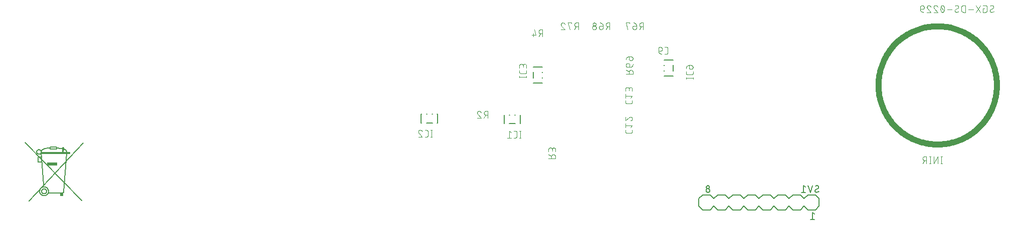
<source format=gbr>
G04 EAGLE Gerber RS-274X export*
G75*
%MOMM*%
%FSLAX34Y34*%
%LPD*%
%INSilkscreen Bottom*%
%IPPOS*%
%AMOC8*
5,1,8,0,0,1.08239X$1,22.5*%
G01*
%ADD10C,0.101600*%
%ADD11C,0.152400*%
%ADD12C,1.000000*%
%ADD13C,0.127000*%
%ADD14C,0.166400*%
%ADD15R,4.886800X0.353500*%
%ADD16R,1.684300X0.582200*%
%ADD17R,0.582300X0.561400*%


D10*
X1078308Y159356D02*
X1078308Y156759D01*
X1078310Y156660D01*
X1078316Y156560D01*
X1078325Y156461D01*
X1078338Y156363D01*
X1078355Y156265D01*
X1078376Y156167D01*
X1078401Y156071D01*
X1078429Y155976D01*
X1078461Y155882D01*
X1078496Y155789D01*
X1078535Y155697D01*
X1078578Y155607D01*
X1078623Y155519D01*
X1078673Y155432D01*
X1078725Y155348D01*
X1078781Y155265D01*
X1078839Y155185D01*
X1078901Y155107D01*
X1078966Y155032D01*
X1079034Y154959D01*
X1079104Y154889D01*
X1079177Y154821D01*
X1079252Y154756D01*
X1079330Y154694D01*
X1079410Y154636D01*
X1079493Y154580D01*
X1079577Y154528D01*
X1079664Y154478D01*
X1079752Y154433D01*
X1079842Y154390D01*
X1079934Y154351D01*
X1080027Y154316D01*
X1080121Y154284D01*
X1080216Y154256D01*
X1080312Y154231D01*
X1080410Y154210D01*
X1080508Y154193D01*
X1080606Y154180D01*
X1080705Y154171D01*
X1080805Y154165D01*
X1080904Y154163D01*
X1087396Y154163D01*
X1087495Y154165D01*
X1087595Y154171D01*
X1087694Y154180D01*
X1087792Y154193D01*
X1087890Y154210D01*
X1087988Y154231D01*
X1088084Y154256D01*
X1088179Y154284D01*
X1088273Y154316D01*
X1088366Y154351D01*
X1088458Y154390D01*
X1088548Y154433D01*
X1088636Y154478D01*
X1088723Y154528D01*
X1088807Y154580D01*
X1088890Y154636D01*
X1088970Y154694D01*
X1089048Y154756D01*
X1089123Y154821D01*
X1089196Y154889D01*
X1089266Y154959D01*
X1089334Y155032D01*
X1089399Y155107D01*
X1089461Y155185D01*
X1089519Y155265D01*
X1089575Y155348D01*
X1089627Y155432D01*
X1089677Y155519D01*
X1089722Y155607D01*
X1089765Y155697D01*
X1089804Y155789D01*
X1089839Y155881D01*
X1089871Y155976D01*
X1089899Y156071D01*
X1089924Y156167D01*
X1089945Y156265D01*
X1089962Y156363D01*
X1089975Y156461D01*
X1089984Y156560D01*
X1089990Y156660D01*
X1089992Y156759D01*
X1089992Y159356D01*
X1087396Y163721D02*
X1089992Y166966D01*
X1078308Y166966D01*
X1078308Y163721D02*
X1078308Y170212D01*
X1087071Y181642D02*
X1087178Y181640D01*
X1087284Y181634D01*
X1087390Y181624D01*
X1087496Y181611D01*
X1087602Y181593D01*
X1087706Y181572D01*
X1087810Y181547D01*
X1087913Y181518D01*
X1088014Y181486D01*
X1088114Y181449D01*
X1088213Y181409D01*
X1088311Y181366D01*
X1088407Y181319D01*
X1088501Y181268D01*
X1088593Y181214D01*
X1088683Y181157D01*
X1088771Y181097D01*
X1088856Y181033D01*
X1088939Y180966D01*
X1089020Y180896D01*
X1089098Y180824D01*
X1089174Y180748D01*
X1089246Y180670D01*
X1089316Y180589D01*
X1089383Y180506D01*
X1089447Y180421D01*
X1089507Y180333D01*
X1089564Y180243D01*
X1089618Y180151D01*
X1089669Y180057D01*
X1089716Y179961D01*
X1089759Y179863D01*
X1089799Y179764D01*
X1089836Y179664D01*
X1089868Y179563D01*
X1089897Y179460D01*
X1089922Y179356D01*
X1089943Y179252D01*
X1089961Y179146D01*
X1089974Y179040D01*
X1089984Y178934D01*
X1089990Y178828D01*
X1089992Y178721D01*
X1089990Y178600D01*
X1089984Y178479D01*
X1089974Y178359D01*
X1089961Y178238D01*
X1089943Y178119D01*
X1089922Y177999D01*
X1089897Y177881D01*
X1089868Y177764D01*
X1089835Y177647D01*
X1089799Y177532D01*
X1089758Y177418D01*
X1089715Y177305D01*
X1089667Y177193D01*
X1089616Y177084D01*
X1089561Y176976D01*
X1089503Y176869D01*
X1089442Y176765D01*
X1089377Y176663D01*
X1089309Y176563D01*
X1089238Y176465D01*
X1089164Y176369D01*
X1089087Y176276D01*
X1089006Y176186D01*
X1088923Y176098D01*
X1088837Y176013D01*
X1088748Y175930D01*
X1088657Y175851D01*
X1088563Y175774D01*
X1088467Y175701D01*
X1088369Y175631D01*
X1088268Y175564D01*
X1088165Y175500D01*
X1088060Y175440D01*
X1087953Y175383D01*
X1087845Y175329D01*
X1087735Y175279D01*
X1087623Y175233D01*
X1087510Y175190D01*
X1087395Y175151D01*
X1084799Y180669D02*
X1084876Y180748D01*
X1084957Y180824D01*
X1085040Y180897D01*
X1085125Y180967D01*
X1085213Y181034D01*
X1085303Y181098D01*
X1085395Y181158D01*
X1085490Y181215D01*
X1085586Y181269D01*
X1085684Y181320D01*
X1085784Y181367D01*
X1085886Y181411D01*
X1085989Y181451D01*
X1086093Y181487D01*
X1086199Y181519D01*
X1086305Y181548D01*
X1086413Y181573D01*
X1086521Y181595D01*
X1086631Y181612D01*
X1086740Y181626D01*
X1086850Y181635D01*
X1086961Y181641D01*
X1087071Y181643D01*
X1084799Y180668D02*
X1078308Y175151D01*
X1078308Y181642D01*
X1078308Y206909D02*
X1078308Y209506D01*
X1078308Y206909D02*
X1078310Y206810D01*
X1078316Y206710D01*
X1078325Y206611D01*
X1078338Y206513D01*
X1078355Y206415D01*
X1078376Y206317D01*
X1078401Y206221D01*
X1078429Y206126D01*
X1078461Y206032D01*
X1078496Y205939D01*
X1078535Y205847D01*
X1078578Y205757D01*
X1078623Y205669D01*
X1078673Y205582D01*
X1078725Y205498D01*
X1078781Y205415D01*
X1078839Y205335D01*
X1078901Y205257D01*
X1078966Y205182D01*
X1079034Y205109D01*
X1079104Y205039D01*
X1079177Y204971D01*
X1079252Y204906D01*
X1079330Y204844D01*
X1079410Y204786D01*
X1079493Y204730D01*
X1079577Y204678D01*
X1079664Y204628D01*
X1079752Y204583D01*
X1079842Y204540D01*
X1079934Y204501D01*
X1080027Y204466D01*
X1080121Y204434D01*
X1080216Y204406D01*
X1080312Y204381D01*
X1080410Y204360D01*
X1080508Y204343D01*
X1080606Y204330D01*
X1080705Y204321D01*
X1080805Y204315D01*
X1080904Y204313D01*
X1087396Y204313D01*
X1087495Y204315D01*
X1087595Y204321D01*
X1087694Y204330D01*
X1087792Y204343D01*
X1087890Y204360D01*
X1087988Y204381D01*
X1088084Y204406D01*
X1088179Y204434D01*
X1088273Y204466D01*
X1088366Y204501D01*
X1088458Y204540D01*
X1088548Y204583D01*
X1088636Y204628D01*
X1088723Y204678D01*
X1088807Y204730D01*
X1088890Y204786D01*
X1088970Y204844D01*
X1089048Y204906D01*
X1089123Y204971D01*
X1089196Y205039D01*
X1089266Y205109D01*
X1089334Y205182D01*
X1089399Y205257D01*
X1089461Y205335D01*
X1089519Y205415D01*
X1089575Y205498D01*
X1089627Y205582D01*
X1089677Y205669D01*
X1089722Y205757D01*
X1089765Y205847D01*
X1089804Y205939D01*
X1089839Y206031D01*
X1089871Y206126D01*
X1089899Y206221D01*
X1089924Y206317D01*
X1089945Y206415D01*
X1089962Y206513D01*
X1089975Y206611D01*
X1089984Y206710D01*
X1089990Y206810D01*
X1089992Y206909D01*
X1089992Y209506D01*
X1087396Y213871D02*
X1089992Y217116D01*
X1078308Y217116D01*
X1078308Y213871D02*
X1078308Y220362D01*
X1078308Y225301D02*
X1078308Y228546D01*
X1078310Y228659D01*
X1078316Y228772D01*
X1078326Y228885D01*
X1078340Y228998D01*
X1078357Y229110D01*
X1078379Y229221D01*
X1078404Y229331D01*
X1078434Y229441D01*
X1078467Y229549D01*
X1078504Y229656D01*
X1078544Y229762D01*
X1078589Y229866D01*
X1078637Y229969D01*
X1078688Y230070D01*
X1078743Y230169D01*
X1078801Y230266D01*
X1078863Y230361D01*
X1078928Y230454D01*
X1078996Y230544D01*
X1079067Y230632D01*
X1079142Y230718D01*
X1079219Y230801D01*
X1079299Y230881D01*
X1079382Y230958D01*
X1079468Y231033D01*
X1079556Y231104D01*
X1079646Y231172D01*
X1079739Y231237D01*
X1079834Y231299D01*
X1079931Y231357D01*
X1080030Y231412D01*
X1080131Y231463D01*
X1080234Y231511D01*
X1080338Y231556D01*
X1080444Y231596D01*
X1080551Y231633D01*
X1080659Y231666D01*
X1080769Y231696D01*
X1080879Y231721D01*
X1080990Y231743D01*
X1081102Y231760D01*
X1081215Y231774D01*
X1081328Y231784D01*
X1081441Y231790D01*
X1081554Y231792D01*
X1081667Y231790D01*
X1081780Y231784D01*
X1081893Y231774D01*
X1082006Y231760D01*
X1082118Y231743D01*
X1082229Y231721D01*
X1082339Y231696D01*
X1082449Y231666D01*
X1082557Y231633D01*
X1082664Y231596D01*
X1082770Y231556D01*
X1082874Y231511D01*
X1082977Y231463D01*
X1083078Y231412D01*
X1083177Y231357D01*
X1083274Y231299D01*
X1083369Y231237D01*
X1083462Y231172D01*
X1083552Y231104D01*
X1083640Y231033D01*
X1083726Y230958D01*
X1083809Y230881D01*
X1083889Y230801D01*
X1083966Y230718D01*
X1084041Y230632D01*
X1084112Y230544D01*
X1084180Y230454D01*
X1084245Y230361D01*
X1084307Y230266D01*
X1084365Y230169D01*
X1084420Y230070D01*
X1084471Y229969D01*
X1084519Y229866D01*
X1084564Y229762D01*
X1084604Y229656D01*
X1084641Y229549D01*
X1084674Y229441D01*
X1084704Y229331D01*
X1084729Y229221D01*
X1084751Y229110D01*
X1084768Y228998D01*
X1084782Y228885D01*
X1084792Y228772D01*
X1084798Y228659D01*
X1084800Y228546D01*
X1089992Y229196D02*
X1089992Y225301D01*
X1089992Y229196D02*
X1089990Y229297D01*
X1089984Y229397D01*
X1089974Y229497D01*
X1089961Y229597D01*
X1089943Y229696D01*
X1089922Y229795D01*
X1089897Y229892D01*
X1089868Y229989D01*
X1089835Y230084D01*
X1089799Y230178D01*
X1089759Y230270D01*
X1089716Y230361D01*
X1089669Y230450D01*
X1089619Y230537D01*
X1089565Y230623D01*
X1089508Y230706D01*
X1089448Y230786D01*
X1089385Y230865D01*
X1089318Y230941D01*
X1089249Y231014D01*
X1089177Y231084D01*
X1089103Y231152D01*
X1089026Y231217D01*
X1088946Y231278D01*
X1088864Y231337D01*
X1088780Y231392D01*
X1088694Y231444D01*
X1088606Y231493D01*
X1088516Y231538D01*
X1088424Y231580D01*
X1088331Y231618D01*
X1088236Y231652D01*
X1088141Y231683D01*
X1088044Y231710D01*
X1087946Y231733D01*
X1087847Y231753D01*
X1087747Y231768D01*
X1087647Y231780D01*
X1087547Y231788D01*
X1087446Y231792D01*
X1087346Y231792D01*
X1087245Y231788D01*
X1087145Y231780D01*
X1087045Y231768D01*
X1086945Y231753D01*
X1086846Y231733D01*
X1086748Y231710D01*
X1086651Y231683D01*
X1086556Y231652D01*
X1086461Y231618D01*
X1086368Y231580D01*
X1086276Y231538D01*
X1086186Y231493D01*
X1086098Y231444D01*
X1086012Y231392D01*
X1085928Y231337D01*
X1085846Y231278D01*
X1085766Y231217D01*
X1085689Y231152D01*
X1085615Y231084D01*
X1085543Y231014D01*
X1085474Y230941D01*
X1085407Y230865D01*
X1085344Y230786D01*
X1085284Y230706D01*
X1085227Y230623D01*
X1085173Y230537D01*
X1085123Y230450D01*
X1085076Y230361D01*
X1085033Y230270D01*
X1084993Y230178D01*
X1084957Y230084D01*
X1084924Y229989D01*
X1084895Y229892D01*
X1084870Y229795D01*
X1084849Y229696D01*
X1084831Y229597D01*
X1084818Y229497D01*
X1084808Y229397D01*
X1084802Y229297D01*
X1084800Y229196D01*
X1084799Y229196D02*
X1084799Y226599D01*
X1145064Y288308D02*
X1147661Y288308D01*
X1147760Y288310D01*
X1147860Y288316D01*
X1147959Y288325D01*
X1148057Y288338D01*
X1148155Y288355D01*
X1148253Y288376D01*
X1148349Y288401D01*
X1148444Y288429D01*
X1148538Y288461D01*
X1148631Y288496D01*
X1148723Y288535D01*
X1148813Y288578D01*
X1148901Y288623D01*
X1148988Y288673D01*
X1149072Y288725D01*
X1149155Y288781D01*
X1149235Y288839D01*
X1149313Y288901D01*
X1149388Y288966D01*
X1149461Y289034D01*
X1149531Y289104D01*
X1149599Y289177D01*
X1149664Y289252D01*
X1149726Y289330D01*
X1149784Y289410D01*
X1149840Y289493D01*
X1149892Y289577D01*
X1149942Y289664D01*
X1149987Y289752D01*
X1150030Y289842D01*
X1150069Y289934D01*
X1150104Y290027D01*
X1150136Y290121D01*
X1150164Y290216D01*
X1150189Y290312D01*
X1150210Y290410D01*
X1150227Y290508D01*
X1150240Y290606D01*
X1150249Y290705D01*
X1150255Y290805D01*
X1150257Y290904D01*
X1150257Y297396D01*
X1150255Y297495D01*
X1150249Y297595D01*
X1150240Y297694D01*
X1150227Y297792D01*
X1150210Y297890D01*
X1150189Y297988D01*
X1150164Y298084D01*
X1150136Y298179D01*
X1150104Y298273D01*
X1150069Y298366D01*
X1150030Y298458D01*
X1149987Y298548D01*
X1149942Y298636D01*
X1149892Y298723D01*
X1149840Y298807D01*
X1149784Y298890D01*
X1149726Y298970D01*
X1149664Y299048D01*
X1149599Y299123D01*
X1149531Y299196D01*
X1149461Y299266D01*
X1149388Y299334D01*
X1149313Y299399D01*
X1149235Y299461D01*
X1149155Y299519D01*
X1149072Y299575D01*
X1148988Y299627D01*
X1148901Y299677D01*
X1148813Y299722D01*
X1148723Y299765D01*
X1148631Y299804D01*
X1148538Y299839D01*
X1148444Y299871D01*
X1148349Y299899D01*
X1148253Y299924D01*
X1148155Y299945D01*
X1148057Y299962D01*
X1147959Y299975D01*
X1147860Y299984D01*
X1147760Y299990D01*
X1147661Y299992D01*
X1145064Y299992D01*
X1138103Y293501D02*
X1134208Y293501D01*
X1138103Y293501D02*
X1138202Y293503D01*
X1138302Y293509D01*
X1138401Y293518D01*
X1138499Y293531D01*
X1138597Y293548D01*
X1138695Y293569D01*
X1138791Y293594D01*
X1138886Y293622D01*
X1138980Y293654D01*
X1139073Y293689D01*
X1139165Y293728D01*
X1139255Y293771D01*
X1139343Y293816D01*
X1139430Y293866D01*
X1139514Y293918D01*
X1139597Y293974D01*
X1139677Y294032D01*
X1139755Y294094D01*
X1139830Y294159D01*
X1139903Y294227D01*
X1139973Y294297D01*
X1140041Y294370D01*
X1140106Y294445D01*
X1140168Y294523D01*
X1140226Y294603D01*
X1140282Y294686D01*
X1140334Y294770D01*
X1140384Y294857D01*
X1140429Y294945D01*
X1140472Y295035D01*
X1140511Y295127D01*
X1140546Y295220D01*
X1140578Y295314D01*
X1140606Y295409D01*
X1140631Y295505D01*
X1140652Y295603D01*
X1140669Y295701D01*
X1140682Y295799D01*
X1140691Y295898D01*
X1140697Y295998D01*
X1140699Y296097D01*
X1140699Y296746D01*
X1140700Y296746D02*
X1140698Y296859D01*
X1140692Y296972D01*
X1140682Y297085D01*
X1140668Y297198D01*
X1140651Y297310D01*
X1140629Y297421D01*
X1140604Y297531D01*
X1140574Y297641D01*
X1140541Y297749D01*
X1140504Y297856D01*
X1140464Y297962D01*
X1140419Y298066D01*
X1140371Y298169D01*
X1140320Y298270D01*
X1140265Y298369D01*
X1140207Y298466D01*
X1140145Y298561D01*
X1140080Y298654D01*
X1140012Y298744D01*
X1139941Y298832D01*
X1139866Y298918D01*
X1139789Y299001D01*
X1139709Y299081D01*
X1139626Y299158D01*
X1139540Y299233D01*
X1139452Y299304D01*
X1139362Y299372D01*
X1139269Y299437D01*
X1139174Y299499D01*
X1139077Y299557D01*
X1138978Y299612D01*
X1138877Y299663D01*
X1138774Y299711D01*
X1138670Y299756D01*
X1138564Y299796D01*
X1138457Y299833D01*
X1138349Y299866D01*
X1138239Y299896D01*
X1138129Y299921D01*
X1138018Y299943D01*
X1137906Y299960D01*
X1137793Y299974D01*
X1137680Y299984D01*
X1137567Y299990D01*
X1137454Y299992D01*
X1137341Y299990D01*
X1137228Y299984D01*
X1137115Y299974D01*
X1137002Y299960D01*
X1136890Y299943D01*
X1136779Y299921D01*
X1136669Y299896D01*
X1136559Y299866D01*
X1136451Y299833D01*
X1136344Y299796D01*
X1136238Y299756D01*
X1136134Y299711D01*
X1136031Y299663D01*
X1135930Y299612D01*
X1135831Y299557D01*
X1135734Y299499D01*
X1135639Y299437D01*
X1135546Y299372D01*
X1135456Y299304D01*
X1135368Y299233D01*
X1135282Y299158D01*
X1135199Y299081D01*
X1135119Y299001D01*
X1135042Y298918D01*
X1134967Y298832D01*
X1134896Y298744D01*
X1134828Y298654D01*
X1134763Y298561D01*
X1134701Y298466D01*
X1134643Y298369D01*
X1134588Y298270D01*
X1134537Y298169D01*
X1134489Y298066D01*
X1134444Y297962D01*
X1134404Y297856D01*
X1134367Y297749D01*
X1134334Y297641D01*
X1134304Y297531D01*
X1134279Y297421D01*
X1134257Y297310D01*
X1134240Y297198D01*
X1134226Y297085D01*
X1134216Y296972D01*
X1134210Y296859D01*
X1134208Y296746D01*
X1134208Y293501D01*
X1134210Y293358D01*
X1134216Y293215D01*
X1134226Y293072D01*
X1134240Y292930D01*
X1134257Y292788D01*
X1134279Y292646D01*
X1134304Y292505D01*
X1134334Y292365D01*
X1134367Y292226D01*
X1134404Y292088D01*
X1134445Y291951D01*
X1134489Y291815D01*
X1134538Y291680D01*
X1134590Y291547D01*
X1134645Y291415D01*
X1134705Y291285D01*
X1134768Y291156D01*
X1134834Y291029D01*
X1134904Y290905D01*
X1134977Y290782D01*
X1135054Y290661D01*
X1135134Y290542D01*
X1135217Y290426D01*
X1135303Y290311D01*
X1135392Y290200D01*
X1135485Y290090D01*
X1135580Y289984D01*
X1135679Y289880D01*
X1135780Y289779D01*
X1135884Y289680D01*
X1135990Y289585D01*
X1136100Y289492D01*
X1136211Y289403D01*
X1136326Y289317D01*
X1136442Y289234D01*
X1136561Y289154D01*
X1136682Y289077D01*
X1136805Y289004D01*
X1136929Y288934D01*
X1137056Y288868D01*
X1137185Y288805D01*
X1137315Y288745D01*
X1137447Y288690D01*
X1137580Y288638D01*
X1137715Y288589D01*
X1137851Y288545D01*
X1137988Y288504D01*
X1138126Y288467D01*
X1138265Y288434D01*
X1138405Y288404D01*
X1138546Y288379D01*
X1138688Y288357D01*
X1138830Y288340D01*
X1138972Y288326D01*
X1139115Y288316D01*
X1139258Y288310D01*
X1139401Y288308D01*
D11*
X1144040Y278160D02*
X1158740Y278160D01*
X1158740Y250720D02*
X1144040Y250720D01*
X1158740Y259220D02*
X1158740Y269660D01*
X1144040Y260160D02*
X1144040Y259220D01*
X1144040Y268720D02*
X1144040Y269660D01*
X1144040Y251160D02*
X1144040Y250720D01*
X1144040Y277720D02*
X1144040Y278160D01*
X1158740Y278160D02*
X1158740Y277720D01*
X1158740Y251160D02*
X1158740Y250720D01*
D10*
X1180948Y247196D02*
X1192632Y247196D01*
X1180948Y245898D02*
X1180948Y248494D01*
X1192632Y248494D02*
X1192632Y245898D01*
X1180948Y255658D02*
X1180948Y258254D01*
X1180948Y255658D02*
X1180950Y255559D01*
X1180956Y255459D01*
X1180965Y255360D01*
X1180978Y255262D01*
X1180995Y255164D01*
X1181016Y255066D01*
X1181041Y254970D01*
X1181069Y254875D01*
X1181101Y254781D01*
X1181136Y254688D01*
X1181175Y254596D01*
X1181218Y254506D01*
X1181263Y254418D01*
X1181313Y254331D01*
X1181365Y254247D01*
X1181421Y254164D01*
X1181479Y254084D01*
X1181541Y254006D01*
X1181606Y253931D01*
X1181674Y253858D01*
X1181744Y253788D01*
X1181817Y253720D01*
X1181892Y253655D01*
X1181970Y253593D01*
X1182050Y253535D01*
X1182133Y253479D01*
X1182217Y253427D01*
X1182304Y253377D01*
X1182392Y253332D01*
X1182482Y253289D01*
X1182574Y253250D01*
X1182667Y253215D01*
X1182761Y253183D01*
X1182856Y253155D01*
X1182952Y253130D01*
X1183050Y253109D01*
X1183148Y253092D01*
X1183246Y253079D01*
X1183345Y253070D01*
X1183445Y253064D01*
X1183544Y253062D01*
X1183544Y253061D02*
X1190036Y253061D01*
X1190036Y253062D02*
X1190135Y253064D01*
X1190235Y253070D01*
X1190334Y253079D01*
X1190432Y253092D01*
X1190530Y253109D01*
X1190628Y253130D01*
X1190724Y253155D01*
X1190819Y253183D01*
X1190913Y253215D01*
X1191006Y253250D01*
X1191098Y253289D01*
X1191188Y253332D01*
X1191276Y253377D01*
X1191363Y253427D01*
X1191447Y253479D01*
X1191530Y253535D01*
X1191610Y253593D01*
X1191688Y253655D01*
X1191763Y253720D01*
X1191836Y253788D01*
X1191906Y253858D01*
X1191974Y253931D01*
X1192039Y254006D01*
X1192101Y254084D01*
X1192159Y254164D01*
X1192215Y254247D01*
X1192267Y254331D01*
X1192317Y254418D01*
X1192362Y254506D01*
X1192405Y254596D01*
X1192444Y254688D01*
X1192479Y254780D01*
X1192511Y254875D01*
X1192539Y254970D01*
X1192564Y255066D01*
X1192585Y255164D01*
X1192602Y255262D01*
X1192615Y255360D01*
X1192624Y255459D01*
X1192630Y255559D01*
X1192632Y255658D01*
X1192632Y258254D01*
X1186141Y265216D02*
X1186141Y269111D01*
X1186141Y265216D02*
X1186143Y265117D01*
X1186149Y265017D01*
X1186158Y264918D01*
X1186171Y264820D01*
X1186188Y264722D01*
X1186209Y264624D01*
X1186234Y264528D01*
X1186262Y264433D01*
X1186294Y264339D01*
X1186329Y264246D01*
X1186368Y264154D01*
X1186411Y264064D01*
X1186456Y263976D01*
X1186506Y263889D01*
X1186558Y263805D01*
X1186614Y263722D01*
X1186672Y263642D01*
X1186734Y263564D01*
X1186799Y263489D01*
X1186867Y263416D01*
X1186937Y263346D01*
X1187010Y263278D01*
X1187085Y263213D01*
X1187163Y263151D01*
X1187243Y263093D01*
X1187326Y263037D01*
X1187410Y262985D01*
X1187497Y262935D01*
X1187585Y262890D01*
X1187675Y262847D01*
X1187767Y262808D01*
X1187860Y262773D01*
X1187954Y262741D01*
X1188049Y262713D01*
X1188145Y262688D01*
X1188243Y262667D01*
X1188341Y262650D01*
X1188439Y262637D01*
X1188538Y262628D01*
X1188638Y262622D01*
X1188737Y262620D01*
X1189386Y262620D01*
X1189386Y262619D02*
X1189499Y262621D01*
X1189612Y262627D01*
X1189725Y262637D01*
X1189838Y262651D01*
X1189950Y262668D01*
X1190061Y262690D01*
X1190171Y262715D01*
X1190281Y262745D01*
X1190389Y262778D01*
X1190496Y262815D01*
X1190602Y262855D01*
X1190706Y262900D01*
X1190809Y262948D01*
X1190910Y262999D01*
X1191009Y263054D01*
X1191106Y263112D01*
X1191201Y263174D01*
X1191294Y263239D01*
X1191384Y263307D01*
X1191472Y263378D01*
X1191558Y263453D01*
X1191641Y263530D01*
X1191721Y263610D01*
X1191798Y263693D01*
X1191873Y263779D01*
X1191944Y263867D01*
X1192012Y263957D01*
X1192077Y264050D01*
X1192139Y264145D01*
X1192197Y264242D01*
X1192252Y264341D01*
X1192303Y264442D01*
X1192351Y264545D01*
X1192396Y264649D01*
X1192436Y264755D01*
X1192473Y264862D01*
X1192506Y264970D01*
X1192536Y265080D01*
X1192561Y265190D01*
X1192583Y265301D01*
X1192600Y265413D01*
X1192614Y265526D01*
X1192624Y265639D01*
X1192630Y265752D01*
X1192632Y265865D01*
X1192630Y265978D01*
X1192624Y266091D01*
X1192614Y266204D01*
X1192600Y266317D01*
X1192583Y266429D01*
X1192561Y266540D01*
X1192536Y266650D01*
X1192506Y266760D01*
X1192473Y266868D01*
X1192436Y266975D01*
X1192396Y267081D01*
X1192351Y267185D01*
X1192303Y267288D01*
X1192252Y267389D01*
X1192197Y267488D01*
X1192139Y267585D01*
X1192077Y267680D01*
X1192012Y267773D01*
X1191944Y267863D01*
X1191873Y267951D01*
X1191798Y268037D01*
X1191721Y268120D01*
X1191641Y268200D01*
X1191558Y268277D01*
X1191472Y268352D01*
X1191384Y268423D01*
X1191294Y268491D01*
X1191201Y268556D01*
X1191106Y268618D01*
X1191009Y268676D01*
X1190910Y268731D01*
X1190809Y268782D01*
X1190706Y268830D01*
X1190602Y268875D01*
X1190496Y268915D01*
X1190389Y268952D01*
X1190281Y268985D01*
X1190171Y269015D01*
X1190061Y269040D01*
X1189950Y269062D01*
X1189838Y269079D01*
X1189725Y269093D01*
X1189612Y269103D01*
X1189499Y269109D01*
X1189386Y269111D01*
X1186141Y269111D01*
X1185998Y269109D01*
X1185855Y269103D01*
X1185712Y269093D01*
X1185570Y269079D01*
X1185428Y269062D01*
X1185286Y269040D01*
X1185145Y269015D01*
X1185005Y268985D01*
X1184866Y268952D01*
X1184728Y268915D01*
X1184591Y268874D01*
X1184455Y268830D01*
X1184320Y268781D01*
X1184187Y268729D01*
X1184055Y268674D01*
X1183925Y268614D01*
X1183796Y268551D01*
X1183669Y268485D01*
X1183545Y268415D01*
X1183422Y268342D01*
X1183301Y268265D01*
X1183182Y268185D01*
X1183066Y268102D01*
X1182951Y268016D01*
X1182840Y267927D01*
X1182730Y267834D01*
X1182624Y267739D01*
X1182520Y267640D01*
X1182419Y267539D01*
X1182320Y267435D01*
X1182225Y267329D01*
X1182132Y267219D01*
X1182043Y267108D01*
X1181957Y266993D01*
X1181874Y266877D01*
X1181794Y266758D01*
X1181717Y266637D01*
X1181644Y266515D01*
X1181574Y266390D01*
X1181508Y266263D01*
X1181445Y266134D01*
X1181385Y266004D01*
X1181330Y265872D01*
X1181278Y265739D01*
X1181229Y265604D01*
X1181185Y265468D01*
X1181144Y265331D01*
X1181107Y265193D01*
X1181074Y265054D01*
X1181044Y264914D01*
X1181019Y264773D01*
X1180997Y264631D01*
X1180980Y264489D01*
X1180966Y264347D01*
X1180956Y264204D01*
X1180950Y264061D01*
X1180948Y263918D01*
X1108535Y329408D02*
X1108535Y341092D01*
X1105290Y341092D01*
X1105177Y341090D01*
X1105064Y341084D01*
X1104951Y341074D01*
X1104838Y341060D01*
X1104726Y341043D01*
X1104615Y341021D01*
X1104505Y340996D01*
X1104395Y340966D01*
X1104287Y340933D01*
X1104180Y340896D01*
X1104074Y340856D01*
X1103970Y340811D01*
X1103867Y340763D01*
X1103766Y340712D01*
X1103667Y340657D01*
X1103570Y340599D01*
X1103475Y340537D01*
X1103382Y340472D01*
X1103292Y340404D01*
X1103204Y340333D01*
X1103118Y340258D01*
X1103035Y340181D01*
X1102955Y340101D01*
X1102878Y340018D01*
X1102803Y339932D01*
X1102732Y339844D01*
X1102664Y339754D01*
X1102599Y339661D01*
X1102537Y339566D01*
X1102479Y339469D01*
X1102424Y339370D01*
X1102373Y339269D01*
X1102325Y339166D01*
X1102280Y339062D01*
X1102240Y338956D01*
X1102203Y338849D01*
X1102170Y338741D01*
X1102140Y338631D01*
X1102115Y338521D01*
X1102093Y338410D01*
X1102076Y338298D01*
X1102062Y338185D01*
X1102052Y338072D01*
X1102046Y337959D01*
X1102044Y337846D01*
X1102046Y337733D01*
X1102052Y337620D01*
X1102062Y337507D01*
X1102076Y337394D01*
X1102093Y337282D01*
X1102115Y337171D01*
X1102140Y337061D01*
X1102170Y336951D01*
X1102203Y336843D01*
X1102240Y336736D01*
X1102280Y336630D01*
X1102325Y336526D01*
X1102373Y336423D01*
X1102424Y336322D01*
X1102479Y336223D01*
X1102537Y336126D01*
X1102599Y336031D01*
X1102664Y335938D01*
X1102732Y335848D01*
X1102803Y335760D01*
X1102878Y335674D01*
X1102955Y335591D01*
X1103035Y335511D01*
X1103118Y335434D01*
X1103204Y335359D01*
X1103292Y335288D01*
X1103382Y335220D01*
X1103475Y335155D01*
X1103570Y335093D01*
X1103667Y335035D01*
X1103766Y334980D01*
X1103867Y334929D01*
X1103970Y334881D01*
X1104074Y334836D01*
X1104180Y334796D01*
X1104287Y334759D01*
X1104395Y334726D01*
X1104505Y334696D01*
X1104615Y334671D01*
X1104726Y334649D01*
X1104838Y334632D01*
X1104951Y334618D01*
X1105064Y334608D01*
X1105177Y334602D01*
X1105290Y334600D01*
X1105290Y334601D02*
X1108535Y334601D01*
X1104641Y334601D02*
X1102044Y329408D01*
X1097179Y335899D02*
X1093284Y335899D01*
X1093185Y335897D01*
X1093085Y335891D01*
X1092986Y335882D01*
X1092888Y335869D01*
X1092790Y335852D01*
X1092692Y335831D01*
X1092596Y335806D01*
X1092501Y335778D01*
X1092407Y335746D01*
X1092314Y335711D01*
X1092222Y335672D01*
X1092132Y335629D01*
X1092044Y335584D01*
X1091957Y335534D01*
X1091873Y335482D01*
X1091790Y335426D01*
X1091710Y335368D01*
X1091632Y335306D01*
X1091557Y335241D01*
X1091484Y335173D01*
X1091414Y335103D01*
X1091346Y335030D01*
X1091281Y334955D01*
X1091219Y334877D01*
X1091161Y334797D01*
X1091105Y334714D01*
X1091053Y334630D01*
X1091003Y334543D01*
X1090958Y334455D01*
X1090915Y334365D01*
X1090876Y334273D01*
X1090841Y334180D01*
X1090809Y334086D01*
X1090781Y333991D01*
X1090756Y333895D01*
X1090735Y333797D01*
X1090718Y333699D01*
X1090705Y333601D01*
X1090696Y333502D01*
X1090690Y333402D01*
X1090688Y333303D01*
X1090688Y332654D01*
X1090690Y332541D01*
X1090696Y332428D01*
X1090706Y332315D01*
X1090720Y332202D01*
X1090737Y332090D01*
X1090759Y331979D01*
X1090784Y331869D01*
X1090814Y331759D01*
X1090847Y331651D01*
X1090884Y331544D01*
X1090924Y331438D01*
X1090969Y331334D01*
X1091017Y331231D01*
X1091068Y331130D01*
X1091123Y331031D01*
X1091181Y330934D01*
X1091243Y330839D01*
X1091308Y330746D01*
X1091376Y330656D01*
X1091447Y330568D01*
X1091522Y330482D01*
X1091599Y330399D01*
X1091679Y330319D01*
X1091762Y330242D01*
X1091848Y330167D01*
X1091936Y330096D01*
X1092026Y330028D01*
X1092119Y329963D01*
X1092214Y329901D01*
X1092311Y329843D01*
X1092410Y329788D01*
X1092511Y329737D01*
X1092614Y329689D01*
X1092718Y329644D01*
X1092824Y329604D01*
X1092931Y329567D01*
X1093039Y329534D01*
X1093149Y329504D01*
X1093259Y329479D01*
X1093370Y329457D01*
X1093482Y329440D01*
X1093595Y329426D01*
X1093708Y329416D01*
X1093821Y329410D01*
X1093934Y329408D01*
X1094047Y329410D01*
X1094160Y329416D01*
X1094273Y329426D01*
X1094386Y329440D01*
X1094498Y329457D01*
X1094609Y329479D01*
X1094719Y329504D01*
X1094829Y329534D01*
X1094937Y329567D01*
X1095044Y329604D01*
X1095150Y329644D01*
X1095254Y329689D01*
X1095357Y329737D01*
X1095458Y329788D01*
X1095557Y329843D01*
X1095654Y329901D01*
X1095749Y329963D01*
X1095842Y330028D01*
X1095932Y330096D01*
X1096020Y330167D01*
X1096106Y330242D01*
X1096189Y330319D01*
X1096269Y330399D01*
X1096346Y330482D01*
X1096421Y330568D01*
X1096492Y330656D01*
X1096560Y330746D01*
X1096625Y330839D01*
X1096687Y330934D01*
X1096745Y331031D01*
X1096800Y331130D01*
X1096851Y331231D01*
X1096899Y331334D01*
X1096944Y331438D01*
X1096984Y331544D01*
X1097021Y331651D01*
X1097054Y331759D01*
X1097084Y331869D01*
X1097109Y331979D01*
X1097131Y332090D01*
X1097148Y332202D01*
X1097162Y332315D01*
X1097172Y332428D01*
X1097178Y332541D01*
X1097180Y332654D01*
X1097179Y332654D02*
X1097179Y335899D01*
X1097177Y336042D01*
X1097171Y336185D01*
X1097161Y336328D01*
X1097147Y336470D01*
X1097130Y336612D01*
X1097108Y336754D01*
X1097083Y336895D01*
X1097053Y337035D01*
X1097020Y337174D01*
X1096983Y337312D01*
X1096942Y337449D01*
X1096898Y337585D01*
X1096849Y337720D01*
X1096797Y337853D01*
X1096742Y337985D01*
X1096682Y338115D01*
X1096619Y338244D01*
X1096553Y338371D01*
X1096483Y338496D01*
X1096410Y338618D01*
X1096333Y338739D01*
X1096253Y338858D01*
X1096170Y338974D01*
X1096084Y339089D01*
X1095995Y339200D01*
X1095902Y339310D01*
X1095807Y339416D01*
X1095708Y339520D01*
X1095607Y339621D01*
X1095503Y339720D01*
X1095397Y339815D01*
X1095287Y339908D01*
X1095176Y339997D01*
X1095061Y340083D01*
X1094945Y340166D01*
X1094826Y340246D01*
X1094705Y340323D01*
X1094583Y340396D01*
X1094458Y340466D01*
X1094331Y340532D01*
X1094202Y340595D01*
X1094072Y340655D01*
X1093940Y340710D01*
X1093807Y340762D01*
X1093672Y340811D01*
X1093536Y340855D01*
X1093399Y340896D01*
X1093261Y340933D01*
X1093122Y340966D01*
X1092982Y340996D01*
X1092841Y341021D01*
X1092699Y341043D01*
X1092557Y341060D01*
X1092415Y341074D01*
X1092272Y341084D01*
X1092129Y341090D01*
X1091986Y341092D01*
X1085749Y341092D02*
X1085749Y339794D01*
X1085749Y341092D02*
X1079258Y341092D01*
X1082504Y329408D01*
X1052035Y329408D02*
X1052035Y341092D01*
X1048790Y341092D01*
X1048677Y341090D01*
X1048564Y341084D01*
X1048451Y341074D01*
X1048338Y341060D01*
X1048226Y341043D01*
X1048115Y341021D01*
X1048005Y340996D01*
X1047895Y340966D01*
X1047787Y340933D01*
X1047680Y340896D01*
X1047574Y340856D01*
X1047470Y340811D01*
X1047367Y340763D01*
X1047266Y340712D01*
X1047167Y340657D01*
X1047070Y340599D01*
X1046975Y340537D01*
X1046882Y340472D01*
X1046792Y340404D01*
X1046704Y340333D01*
X1046618Y340258D01*
X1046535Y340181D01*
X1046455Y340101D01*
X1046378Y340018D01*
X1046303Y339932D01*
X1046232Y339844D01*
X1046164Y339754D01*
X1046099Y339661D01*
X1046037Y339566D01*
X1045979Y339469D01*
X1045924Y339370D01*
X1045873Y339269D01*
X1045825Y339166D01*
X1045780Y339062D01*
X1045740Y338956D01*
X1045703Y338849D01*
X1045670Y338741D01*
X1045640Y338631D01*
X1045615Y338521D01*
X1045593Y338410D01*
X1045576Y338298D01*
X1045562Y338185D01*
X1045552Y338072D01*
X1045546Y337959D01*
X1045544Y337846D01*
X1045546Y337733D01*
X1045552Y337620D01*
X1045562Y337507D01*
X1045576Y337394D01*
X1045593Y337282D01*
X1045615Y337171D01*
X1045640Y337061D01*
X1045670Y336951D01*
X1045703Y336843D01*
X1045740Y336736D01*
X1045780Y336630D01*
X1045825Y336526D01*
X1045873Y336423D01*
X1045924Y336322D01*
X1045979Y336223D01*
X1046037Y336126D01*
X1046099Y336031D01*
X1046164Y335938D01*
X1046232Y335848D01*
X1046303Y335760D01*
X1046378Y335674D01*
X1046455Y335591D01*
X1046535Y335511D01*
X1046618Y335434D01*
X1046704Y335359D01*
X1046792Y335288D01*
X1046882Y335220D01*
X1046975Y335155D01*
X1047070Y335093D01*
X1047167Y335035D01*
X1047266Y334980D01*
X1047367Y334929D01*
X1047470Y334881D01*
X1047574Y334836D01*
X1047680Y334796D01*
X1047787Y334759D01*
X1047895Y334726D01*
X1048005Y334696D01*
X1048115Y334671D01*
X1048226Y334649D01*
X1048338Y334632D01*
X1048451Y334618D01*
X1048564Y334608D01*
X1048677Y334602D01*
X1048790Y334600D01*
X1048790Y334601D02*
X1052035Y334601D01*
X1048141Y334601D02*
X1045544Y329408D01*
X1040679Y335899D02*
X1036784Y335899D01*
X1036685Y335897D01*
X1036585Y335891D01*
X1036486Y335882D01*
X1036388Y335869D01*
X1036290Y335852D01*
X1036192Y335831D01*
X1036096Y335806D01*
X1036001Y335778D01*
X1035907Y335746D01*
X1035814Y335711D01*
X1035722Y335672D01*
X1035632Y335629D01*
X1035544Y335584D01*
X1035457Y335534D01*
X1035373Y335482D01*
X1035290Y335426D01*
X1035210Y335368D01*
X1035132Y335306D01*
X1035057Y335241D01*
X1034984Y335173D01*
X1034914Y335103D01*
X1034846Y335030D01*
X1034781Y334955D01*
X1034719Y334877D01*
X1034661Y334797D01*
X1034605Y334714D01*
X1034553Y334630D01*
X1034503Y334543D01*
X1034458Y334455D01*
X1034415Y334365D01*
X1034376Y334273D01*
X1034341Y334180D01*
X1034309Y334086D01*
X1034281Y333991D01*
X1034256Y333895D01*
X1034235Y333797D01*
X1034218Y333699D01*
X1034205Y333601D01*
X1034196Y333502D01*
X1034190Y333402D01*
X1034188Y333303D01*
X1034188Y332654D01*
X1034190Y332541D01*
X1034196Y332428D01*
X1034206Y332315D01*
X1034220Y332202D01*
X1034237Y332090D01*
X1034259Y331979D01*
X1034284Y331869D01*
X1034314Y331759D01*
X1034347Y331651D01*
X1034384Y331544D01*
X1034424Y331438D01*
X1034469Y331334D01*
X1034517Y331231D01*
X1034568Y331130D01*
X1034623Y331031D01*
X1034681Y330934D01*
X1034743Y330839D01*
X1034808Y330746D01*
X1034876Y330656D01*
X1034947Y330568D01*
X1035022Y330482D01*
X1035099Y330399D01*
X1035179Y330319D01*
X1035262Y330242D01*
X1035348Y330167D01*
X1035436Y330096D01*
X1035526Y330028D01*
X1035619Y329963D01*
X1035714Y329901D01*
X1035811Y329843D01*
X1035910Y329788D01*
X1036011Y329737D01*
X1036114Y329689D01*
X1036218Y329644D01*
X1036324Y329604D01*
X1036431Y329567D01*
X1036539Y329534D01*
X1036649Y329504D01*
X1036759Y329479D01*
X1036870Y329457D01*
X1036982Y329440D01*
X1037095Y329426D01*
X1037208Y329416D01*
X1037321Y329410D01*
X1037434Y329408D01*
X1037547Y329410D01*
X1037660Y329416D01*
X1037773Y329426D01*
X1037886Y329440D01*
X1037998Y329457D01*
X1038109Y329479D01*
X1038219Y329504D01*
X1038329Y329534D01*
X1038437Y329567D01*
X1038544Y329604D01*
X1038650Y329644D01*
X1038754Y329689D01*
X1038857Y329737D01*
X1038958Y329788D01*
X1039057Y329843D01*
X1039154Y329901D01*
X1039249Y329963D01*
X1039342Y330028D01*
X1039432Y330096D01*
X1039520Y330167D01*
X1039606Y330242D01*
X1039689Y330319D01*
X1039769Y330399D01*
X1039846Y330482D01*
X1039921Y330568D01*
X1039992Y330656D01*
X1040060Y330746D01*
X1040125Y330839D01*
X1040187Y330934D01*
X1040245Y331031D01*
X1040300Y331130D01*
X1040351Y331231D01*
X1040399Y331334D01*
X1040444Y331438D01*
X1040484Y331544D01*
X1040521Y331651D01*
X1040554Y331759D01*
X1040584Y331869D01*
X1040609Y331979D01*
X1040631Y332090D01*
X1040648Y332202D01*
X1040662Y332315D01*
X1040672Y332428D01*
X1040678Y332541D01*
X1040680Y332654D01*
X1040679Y332654D02*
X1040679Y335899D01*
X1040677Y336042D01*
X1040671Y336185D01*
X1040661Y336328D01*
X1040647Y336470D01*
X1040630Y336612D01*
X1040608Y336754D01*
X1040583Y336895D01*
X1040553Y337035D01*
X1040520Y337174D01*
X1040483Y337312D01*
X1040442Y337449D01*
X1040398Y337585D01*
X1040349Y337720D01*
X1040297Y337853D01*
X1040242Y337985D01*
X1040182Y338115D01*
X1040119Y338244D01*
X1040053Y338371D01*
X1039983Y338496D01*
X1039910Y338618D01*
X1039833Y338739D01*
X1039753Y338858D01*
X1039670Y338974D01*
X1039584Y339089D01*
X1039495Y339200D01*
X1039402Y339310D01*
X1039307Y339416D01*
X1039208Y339520D01*
X1039107Y339621D01*
X1039003Y339720D01*
X1038897Y339815D01*
X1038787Y339908D01*
X1038676Y339997D01*
X1038561Y340083D01*
X1038445Y340166D01*
X1038326Y340246D01*
X1038205Y340323D01*
X1038083Y340396D01*
X1037958Y340466D01*
X1037831Y340532D01*
X1037702Y340595D01*
X1037572Y340655D01*
X1037440Y340710D01*
X1037307Y340762D01*
X1037172Y340811D01*
X1037036Y340855D01*
X1036899Y340896D01*
X1036761Y340933D01*
X1036622Y340966D01*
X1036482Y340996D01*
X1036341Y341021D01*
X1036199Y341043D01*
X1036057Y341060D01*
X1035915Y341074D01*
X1035772Y341084D01*
X1035629Y341090D01*
X1035486Y341092D01*
X1029250Y332654D02*
X1029248Y332767D01*
X1029242Y332880D01*
X1029232Y332993D01*
X1029218Y333106D01*
X1029201Y333218D01*
X1029179Y333329D01*
X1029154Y333439D01*
X1029124Y333549D01*
X1029091Y333657D01*
X1029054Y333764D01*
X1029014Y333870D01*
X1028969Y333974D01*
X1028921Y334077D01*
X1028870Y334178D01*
X1028815Y334277D01*
X1028757Y334374D01*
X1028695Y334469D01*
X1028630Y334562D01*
X1028562Y334652D01*
X1028491Y334740D01*
X1028416Y334826D01*
X1028339Y334909D01*
X1028259Y334989D01*
X1028176Y335066D01*
X1028090Y335141D01*
X1028002Y335212D01*
X1027912Y335280D01*
X1027819Y335345D01*
X1027724Y335407D01*
X1027627Y335465D01*
X1027528Y335520D01*
X1027427Y335571D01*
X1027324Y335619D01*
X1027220Y335664D01*
X1027114Y335704D01*
X1027007Y335741D01*
X1026899Y335774D01*
X1026789Y335804D01*
X1026679Y335829D01*
X1026568Y335851D01*
X1026456Y335868D01*
X1026343Y335882D01*
X1026230Y335892D01*
X1026117Y335898D01*
X1026004Y335900D01*
X1025891Y335898D01*
X1025778Y335892D01*
X1025665Y335882D01*
X1025552Y335868D01*
X1025440Y335851D01*
X1025329Y335829D01*
X1025219Y335804D01*
X1025109Y335774D01*
X1025001Y335741D01*
X1024894Y335704D01*
X1024788Y335664D01*
X1024684Y335619D01*
X1024581Y335571D01*
X1024480Y335520D01*
X1024381Y335465D01*
X1024284Y335407D01*
X1024189Y335345D01*
X1024096Y335280D01*
X1024006Y335212D01*
X1023918Y335141D01*
X1023832Y335066D01*
X1023749Y334989D01*
X1023669Y334909D01*
X1023592Y334826D01*
X1023517Y334740D01*
X1023446Y334652D01*
X1023378Y334562D01*
X1023313Y334469D01*
X1023251Y334374D01*
X1023193Y334277D01*
X1023138Y334178D01*
X1023087Y334077D01*
X1023039Y333974D01*
X1022994Y333870D01*
X1022954Y333764D01*
X1022917Y333657D01*
X1022884Y333549D01*
X1022854Y333439D01*
X1022829Y333329D01*
X1022807Y333218D01*
X1022790Y333106D01*
X1022776Y332993D01*
X1022766Y332880D01*
X1022760Y332767D01*
X1022758Y332654D01*
X1022760Y332541D01*
X1022766Y332428D01*
X1022776Y332315D01*
X1022790Y332202D01*
X1022807Y332090D01*
X1022829Y331979D01*
X1022854Y331869D01*
X1022884Y331759D01*
X1022917Y331651D01*
X1022954Y331544D01*
X1022994Y331438D01*
X1023039Y331334D01*
X1023087Y331231D01*
X1023138Y331130D01*
X1023193Y331031D01*
X1023251Y330934D01*
X1023313Y330839D01*
X1023378Y330746D01*
X1023446Y330656D01*
X1023517Y330568D01*
X1023592Y330482D01*
X1023669Y330399D01*
X1023749Y330319D01*
X1023832Y330242D01*
X1023918Y330167D01*
X1024006Y330096D01*
X1024096Y330028D01*
X1024189Y329963D01*
X1024284Y329901D01*
X1024381Y329843D01*
X1024480Y329788D01*
X1024581Y329737D01*
X1024684Y329689D01*
X1024788Y329644D01*
X1024894Y329604D01*
X1025001Y329567D01*
X1025109Y329534D01*
X1025219Y329504D01*
X1025329Y329479D01*
X1025440Y329457D01*
X1025552Y329440D01*
X1025665Y329426D01*
X1025778Y329416D01*
X1025891Y329410D01*
X1026004Y329408D01*
X1026117Y329410D01*
X1026230Y329416D01*
X1026343Y329426D01*
X1026456Y329440D01*
X1026568Y329457D01*
X1026679Y329479D01*
X1026789Y329504D01*
X1026899Y329534D01*
X1027007Y329567D01*
X1027114Y329604D01*
X1027220Y329644D01*
X1027324Y329689D01*
X1027427Y329737D01*
X1027528Y329788D01*
X1027627Y329843D01*
X1027724Y329901D01*
X1027819Y329963D01*
X1027912Y330028D01*
X1028002Y330096D01*
X1028090Y330167D01*
X1028176Y330242D01*
X1028259Y330319D01*
X1028339Y330399D01*
X1028416Y330482D01*
X1028491Y330568D01*
X1028562Y330656D01*
X1028630Y330746D01*
X1028695Y330839D01*
X1028757Y330934D01*
X1028815Y331031D01*
X1028870Y331130D01*
X1028921Y331231D01*
X1028969Y331334D01*
X1029014Y331438D01*
X1029054Y331544D01*
X1029091Y331651D01*
X1029124Y331759D01*
X1029154Y331869D01*
X1029179Y331979D01*
X1029201Y332090D01*
X1029218Y332202D01*
X1029232Y332315D01*
X1029242Y332428D01*
X1029248Y332541D01*
X1029250Y332654D01*
X1028600Y338496D02*
X1028598Y338597D01*
X1028592Y338697D01*
X1028582Y338797D01*
X1028569Y338897D01*
X1028551Y338996D01*
X1028530Y339095D01*
X1028505Y339192D01*
X1028476Y339289D01*
X1028443Y339384D01*
X1028407Y339478D01*
X1028367Y339570D01*
X1028324Y339661D01*
X1028277Y339750D01*
X1028227Y339837D01*
X1028173Y339923D01*
X1028116Y340006D01*
X1028056Y340086D01*
X1027993Y340165D01*
X1027926Y340241D01*
X1027857Y340314D01*
X1027785Y340384D01*
X1027711Y340452D01*
X1027634Y340517D01*
X1027554Y340578D01*
X1027472Y340637D01*
X1027388Y340692D01*
X1027302Y340744D01*
X1027214Y340793D01*
X1027124Y340838D01*
X1027032Y340880D01*
X1026939Y340918D01*
X1026844Y340952D01*
X1026749Y340983D01*
X1026652Y341010D01*
X1026554Y341033D01*
X1026455Y341053D01*
X1026355Y341068D01*
X1026255Y341080D01*
X1026155Y341088D01*
X1026054Y341092D01*
X1025954Y341092D01*
X1025853Y341088D01*
X1025753Y341080D01*
X1025653Y341068D01*
X1025553Y341053D01*
X1025454Y341033D01*
X1025356Y341010D01*
X1025259Y340983D01*
X1025164Y340952D01*
X1025069Y340918D01*
X1024976Y340880D01*
X1024884Y340838D01*
X1024794Y340793D01*
X1024706Y340744D01*
X1024620Y340692D01*
X1024536Y340637D01*
X1024454Y340578D01*
X1024374Y340517D01*
X1024297Y340452D01*
X1024223Y340384D01*
X1024151Y340314D01*
X1024082Y340241D01*
X1024015Y340165D01*
X1023952Y340086D01*
X1023892Y340006D01*
X1023835Y339923D01*
X1023781Y339837D01*
X1023731Y339750D01*
X1023684Y339661D01*
X1023641Y339570D01*
X1023601Y339478D01*
X1023565Y339384D01*
X1023532Y339289D01*
X1023503Y339192D01*
X1023478Y339095D01*
X1023457Y338996D01*
X1023439Y338897D01*
X1023426Y338797D01*
X1023416Y338697D01*
X1023410Y338597D01*
X1023408Y338496D01*
X1023410Y338395D01*
X1023416Y338295D01*
X1023426Y338195D01*
X1023439Y338095D01*
X1023457Y337996D01*
X1023478Y337897D01*
X1023503Y337800D01*
X1023532Y337703D01*
X1023565Y337608D01*
X1023601Y337514D01*
X1023641Y337422D01*
X1023684Y337331D01*
X1023731Y337242D01*
X1023781Y337155D01*
X1023835Y337069D01*
X1023892Y336986D01*
X1023952Y336906D01*
X1024015Y336827D01*
X1024082Y336751D01*
X1024151Y336678D01*
X1024223Y336608D01*
X1024297Y336540D01*
X1024374Y336475D01*
X1024454Y336414D01*
X1024536Y336355D01*
X1024620Y336300D01*
X1024706Y336248D01*
X1024794Y336199D01*
X1024884Y336154D01*
X1024976Y336112D01*
X1025069Y336074D01*
X1025164Y336040D01*
X1025259Y336009D01*
X1025356Y335982D01*
X1025454Y335959D01*
X1025553Y335939D01*
X1025653Y335924D01*
X1025753Y335912D01*
X1025853Y335904D01*
X1025954Y335900D01*
X1026054Y335900D01*
X1026155Y335904D01*
X1026255Y335912D01*
X1026355Y335924D01*
X1026455Y335939D01*
X1026554Y335959D01*
X1026652Y335982D01*
X1026749Y336009D01*
X1026844Y336040D01*
X1026939Y336074D01*
X1027032Y336112D01*
X1027124Y336154D01*
X1027214Y336199D01*
X1027302Y336248D01*
X1027388Y336300D01*
X1027472Y336355D01*
X1027554Y336414D01*
X1027634Y336475D01*
X1027711Y336540D01*
X1027785Y336608D01*
X1027857Y336678D01*
X1027926Y336751D01*
X1027993Y336827D01*
X1028056Y336906D01*
X1028116Y336986D01*
X1028173Y337069D01*
X1028227Y337155D01*
X1028277Y337242D01*
X1028324Y337331D01*
X1028367Y337422D01*
X1028407Y337514D01*
X1028443Y337608D01*
X1028476Y337703D01*
X1028505Y337800D01*
X1028530Y337897D01*
X1028551Y337996D01*
X1028569Y338095D01*
X1028582Y338195D01*
X1028592Y338295D01*
X1028598Y338395D01*
X1028600Y338496D01*
X1079408Y254465D02*
X1091092Y254465D01*
X1091092Y257710D01*
X1091090Y257823D01*
X1091084Y257936D01*
X1091074Y258049D01*
X1091060Y258162D01*
X1091043Y258274D01*
X1091021Y258385D01*
X1090996Y258495D01*
X1090966Y258605D01*
X1090933Y258713D01*
X1090896Y258820D01*
X1090856Y258926D01*
X1090811Y259030D01*
X1090763Y259133D01*
X1090712Y259234D01*
X1090657Y259333D01*
X1090599Y259430D01*
X1090537Y259525D01*
X1090472Y259618D01*
X1090404Y259708D01*
X1090333Y259796D01*
X1090258Y259882D01*
X1090181Y259965D01*
X1090101Y260045D01*
X1090018Y260122D01*
X1089932Y260197D01*
X1089844Y260268D01*
X1089754Y260336D01*
X1089661Y260401D01*
X1089566Y260463D01*
X1089469Y260521D01*
X1089370Y260576D01*
X1089269Y260627D01*
X1089166Y260675D01*
X1089062Y260720D01*
X1088956Y260760D01*
X1088849Y260797D01*
X1088741Y260830D01*
X1088631Y260860D01*
X1088521Y260885D01*
X1088410Y260907D01*
X1088298Y260924D01*
X1088185Y260938D01*
X1088072Y260948D01*
X1087959Y260954D01*
X1087846Y260956D01*
X1087733Y260954D01*
X1087620Y260948D01*
X1087507Y260938D01*
X1087394Y260924D01*
X1087282Y260907D01*
X1087171Y260885D01*
X1087061Y260860D01*
X1086951Y260830D01*
X1086843Y260797D01*
X1086736Y260760D01*
X1086630Y260720D01*
X1086526Y260675D01*
X1086423Y260627D01*
X1086322Y260576D01*
X1086223Y260521D01*
X1086126Y260463D01*
X1086031Y260401D01*
X1085938Y260336D01*
X1085848Y260268D01*
X1085760Y260197D01*
X1085674Y260122D01*
X1085591Y260045D01*
X1085511Y259965D01*
X1085434Y259882D01*
X1085359Y259796D01*
X1085288Y259708D01*
X1085220Y259618D01*
X1085155Y259525D01*
X1085093Y259430D01*
X1085035Y259333D01*
X1084980Y259234D01*
X1084929Y259133D01*
X1084881Y259030D01*
X1084836Y258926D01*
X1084796Y258820D01*
X1084759Y258713D01*
X1084726Y258605D01*
X1084696Y258495D01*
X1084671Y258385D01*
X1084649Y258274D01*
X1084632Y258162D01*
X1084618Y258049D01*
X1084608Y257936D01*
X1084602Y257823D01*
X1084600Y257710D01*
X1084601Y257710D02*
X1084601Y254465D01*
X1084601Y258359D02*
X1079408Y260956D01*
X1085899Y265821D02*
X1085899Y269716D01*
X1085897Y269815D01*
X1085891Y269915D01*
X1085882Y270014D01*
X1085869Y270112D01*
X1085852Y270210D01*
X1085831Y270308D01*
X1085806Y270404D01*
X1085778Y270499D01*
X1085746Y270593D01*
X1085711Y270686D01*
X1085672Y270778D01*
X1085629Y270868D01*
X1085584Y270956D01*
X1085534Y271043D01*
X1085482Y271127D01*
X1085426Y271210D01*
X1085368Y271290D01*
X1085306Y271368D01*
X1085241Y271443D01*
X1085173Y271516D01*
X1085103Y271586D01*
X1085030Y271654D01*
X1084955Y271719D01*
X1084877Y271781D01*
X1084797Y271839D01*
X1084714Y271895D01*
X1084630Y271947D01*
X1084543Y271997D01*
X1084455Y272042D01*
X1084365Y272085D01*
X1084273Y272124D01*
X1084180Y272159D01*
X1084086Y272191D01*
X1083991Y272219D01*
X1083895Y272244D01*
X1083797Y272265D01*
X1083699Y272282D01*
X1083601Y272295D01*
X1083502Y272304D01*
X1083402Y272310D01*
X1083303Y272312D01*
X1082654Y272312D01*
X1082541Y272310D01*
X1082428Y272304D01*
X1082315Y272294D01*
X1082202Y272280D01*
X1082090Y272263D01*
X1081979Y272241D01*
X1081869Y272216D01*
X1081759Y272186D01*
X1081651Y272153D01*
X1081544Y272116D01*
X1081438Y272076D01*
X1081334Y272031D01*
X1081231Y271983D01*
X1081130Y271932D01*
X1081031Y271877D01*
X1080934Y271819D01*
X1080839Y271757D01*
X1080746Y271692D01*
X1080656Y271624D01*
X1080568Y271553D01*
X1080482Y271478D01*
X1080399Y271401D01*
X1080319Y271321D01*
X1080242Y271238D01*
X1080167Y271152D01*
X1080096Y271064D01*
X1080028Y270974D01*
X1079963Y270881D01*
X1079901Y270786D01*
X1079843Y270689D01*
X1079788Y270590D01*
X1079737Y270489D01*
X1079689Y270386D01*
X1079644Y270282D01*
X1079604Y270176D01*
X1079567Y270069D01*
X1079534Y269961D01*
X1079504Y269851D01*
X1079479Y269741D01*
X1079457Y269630D01*
X1079440Y269518D01*
X1079426Y269405D01*
X1079416Y269292D01*
X1079410Y269179D01*
X1079408Y269066D01*
X1079410Y268953D01*
X1079416Y268840D01*
X1079426Y268727D01*
X1079440Y268614D01*
X1079457Y268502D01*
X1079479Y268391D01*
X1079504Y268281D01*
X1079534Y268171D01*
X1079567Y268063D01*
X1079604Y267956D01*
X1079644Y267850D01*
X1079689Y267746D01*
X1079737Y267643D01*
X1079788Y267542D01*
X1079843Y267443D01*
X1079901Y267346D01*
X1079963Y267251D01*
X1080028Y267158D01*
X1080096Y267068D01*
X1080167Y266980D01*
X1080242Y266894D01*
X1080319Y266811D01*
X1080399Y266731D01*
X1080482Y266654D01*
X1080568Y266579D01*
X1080656Y266508D01*
X1080746Y266440D01*
X1080839Y266375D01*
X1080934Y266313D01*
X1081031Y266255D01*
X1081130Y266200D01*
X1081231Y266149D01*
X1081334Y266101D01*
X1081438Y266056D01*
X1081544Y266016D01*
X1081651Y265979D01*
X1081759Y265946D01*
X1081869Y265916D01*
X1081979Y265891D01*
X1082090Y265869D01*
X1082202Y265852D01*
X1082315Y265838D01*
X1082428Y265828D01*
X1082541Y265822D01*
X1082654Y265820D01*
X1082654Y265821D02*
X1085899Y265821D01*
X1086042Y265823D01*
X1086185Y265829D01*
X1086328Y265839D01*
X1086470Y265853D01*
X1086612Y265870D01*
X1086754Y265892D01*
X1086895Y265917D01*
X1087035Y265947D01*
X1087174Y265980D01*
X1087312Y266017D01*
X1087449Y266058D01*
X1087585Y266102D01*
X1087720Y266151D01*
X1087853Y266203D01*
X1087985Y266258D01*
X1088115Y266318D01*
X1088244Y266381D01*
X1088371Y266447D01*
X1088495Y266517D01*
X1088618Y266590D01*
X1088739Y266667D01*
X1088858Y266747D01*
X1088974Y266830D01*
X1089089Y266916D01*
X1089200Y267005D01*
X1089310Y267098D01*
X1089416Y267193D01*
X1089520Y267292D01*
X1089621Y267393D01*
X1089720Y267497D01*
X1089815Y267603D01*
X1089908Y267713D01*
X1089997Y267824D01*
X1090083Y267939D01*
X1090166Y268055D01*
X1090246Y268174D01*
X1090323Y268295D01*
X1090396Y268417D01*
X1090466Y268542D01*
X1090532Y268669D01*
X1090595Y268798D01*
X1090655Y268928D01*
X1090710Y269060D01*
X1090762Y269193D01*
X1090811Y269328D01*
X1090855Y269464D01*
X1090896Y269601D01*
X1090933Y269739D01*
X1090966Y269878D01*
X1090996Y270018D01*
X1091021Y270159D01*
X1091043Y270301D01*
X1091060Y270443D01*
X1091074Y270585D01*
X1091084Y270728D01*
X1091090Y270871D01*
X1091092Y271014D01*
X1084601Y279847D02*
X1084601Y283742D01*
X1084601Y279847D02*
X1084603Y279748D01*
X1084609Y279648D01*
X1084618Y279549D01*
X1084631Y279451D01*
X1084648Y279353D01*
X1084669Y279255D01*
X1084694Y279159D01*
X1084722Y279064D01*
X1084754Y278970D01*
X1084789Y278877D01*
X1084828Y278785D01*
X1084871Y278695D01*
X1084916Y278607D01*
X1084966Y278520D01*
X1085018Y278436D01*
X1085074Y278353D01*
X1085132Y278273D01*
X1085194Y278195D01*
X1085259Y278120D01*
X1085327Y278047D01*
X1085397Y277977D01*
X1085470Y277909D01*
X1085545Y277844D01*
X1085623Y277782D01*
X1085703Y277724D01*
X1085786Y277668D01*
X1085870Y277616D01*
X1085957Y277566D01*
X1086045Y277521D01*
X1086135Y277478D01*
X1086227Y277439D01*
X1086320Y277404D01*
X1086414Y277372D01*
X1086509Y277344D01*
X1086605Y277319D01*
X1086703Y277298D01*
X1086801Y277281D01*
X1086899Y277268D01*
X1086998Y277259D01*
X1087098Y277253D01*
X1087197Y277251D01*
X1087846Y277251D01*
X1087846Y277250D02*
X1087959Y277252D01*
X1088072Y277258D01*
X1088185Y277268D01*
X1088298Y277282D01*
X1088410Y277299D01*
X1088521Y277321D01*
X1088631Y277346D01*
X1088741Y277376D01*
X1088849Y277409D01*
X1088956Y277446D01*
X1089062Y277486D01*
X1089166Y277531D01*
X1089269Y277579D01*
X1089370Y277630D01*
X1089469Y277685D01*
X1089566Y277743D01*
X1089661Y277805D01*
X1089754Y277870D01*
X1089844Y277938D01*
X1089932Y278009D01*
X1090018Y278084D01*
X1090101Y278161D01*
X1090181Y278241D01*
X1090258Y278324D01*
X1090333Y278410D01*
X1090404Y278498D01*
X1090472Y278588D01*
X1090537Y278681D01*
X1090599Y278776D01*
X1090657Y278873D01*
X1090712Y278972D01*
X1090763Y279073D01*
X1090811Y279176D01*
X1090856Y279280D01*
X1090896Y279386D01*
X1090933Y279493D01*
X1090966Y279601D01*
X1090996Y279711D01*
X1091021Y279821D01*
X1091043Y279932D01*
X1091060Y280044D01*
X1091074Y280157D01*
X1091084Y280270D01*
X1091090Y280383D01*
X1091092Y280496D01*
X1091090Y280609D01*
X1091084Y280722D01*
X1091074Y280835D01*
X1091060Y280948D01*
X1091043Y281060D01*
X1091021Y281171D01*
X1090996Y281281D01*
X1090966Y281391D01*
X1090933Y281499D01*
X1090896Y281606D01*
X1090856Y281712D01*
X1090811Y281816D01*
X1090763Y281919D01*
X1090712Y282020D01*
X1090657Y282119D01*
X1090599Y282216D01*
X1090537Y282311D01*
X1090472Y282404D01*
X1090404Y282494D01*
X1090333Y282582D01*
X1090258Y282668D01*
X1090181Y282751D01*
X1090101Y282831D01*
X1090018Y282908D01*
X1089932Y282983D01*
X1089844Y283054D01*
X1089754Y283122D01*
X1089661Y283187D01*
X1089566Y283249D01*
X1089469Y283307D01*
X1089370Y283362D01*
X1089269Y283413D01*
X1089166Y283461D01*
X1089062Y283506D01*
X1088956Y283546D01*
X1088849Y283583D01*
X1088741Y283616D01*
X1088631Y283646D01*
X1088521Y283671D01*
X1088410Y283693D01*
X1088298Y283710D01*
X1088185Y283724D01*
X1088072Y283734D01*
X1087959Y283740D01*
X1087846Y283742D01*
X1084601Y283742D01*
X1084458Y283740D01*
X1084315Y283734D01*
X1084172Y283724D01*
X1084030Y283710D01*
X1083888Y283693D01*
X1083746Y283671D01*
X1083605Y283646D01*
X1083465Y283616D01*
X1083326Y283583D01*
X1083188Y283546D01*
X1083051Y283505D01*
X1082915Y283461D01*
X1082780Y283412D01*
X1082647Y283360D01*
X1082515Y283305D01*
X1082385Y283245D01*
X1082256Y283182D01*
X1082129Y283116D01*
X1082005Y283046D01*
X1081882Y282973D01*
X1081761Y282896D01*
X1081642Y282816D01*
X1081526Y282733D01*
X1081411Y282647D01*
X1081300Y282558D01*
X1081190Y282465D01*
X1081084Y282370D01*
X1080980Y282271D01*
X1080879Y282170D01*
X1080780Y282066D01*
X1080685Y281960D01*
X1080592Y281850D01*
X1080503Y281739D01*
X1080417Y281624D01*
X1080334Y281508D01*
X1080254Y281389D01*
X1080177Y281268D01*
X1080104Y281146D01*
X1080034Y281021D01*
X1079968Y280894D01*
X1079905Y280765D01*
X1079845Y280635D01*
X1079790Y280503D01*
X1079738Y280370D01*
X1079689Y280235D01*
X1079645Y280099D01*
X1079604Y279962D01*
X1079567Y279824D01*
X1079534Y279685D01*
X1079504Y279545D01*
X1079479Y279404D01*
X1079457Y279262D01*
X1079440Y279120D01*
X1079426Y278978D01*
X1079416Y278835D01*
X1079410Y278692D01*
X1079408Y278549D01*
X999035Y329408D02*
X999035Y341092D01*
X995790Y341092D01*
X995677Y341090D01*
X995564Y341084D01*
X995451Y341074D01*
X995338Y341060D01*
X995226Y341043D01*
X995115Y341021D01*
X995005Y340996D01*
X994895Y340966D01*
X994787Y340933D01*
X994680Y340896D01*
X994574Y340856D01*
X994470Y340811D01*
X994367Y340763D01*
X994266Y340712D01*
X994167Y340657D01*
X994070Y340599D01*
X993975Y340537D01*
X993882Y340472D01*
X993792Y340404D01*
X993704Y340333D01*
X993618Y340258D01*
X993535Y340181D01*
X993455Y340101D01*
X993378Y340018D01*
X993303Y339932D01*
X993232Y339844D01*
X993164Y339754D01*
X993099Y339661D01*
X993037Y339566D01*
X992979Y339469D01*
X992924Y339370D01*
X992873Y339269D01*
X992825Y339166D01*
X992780Y339062D01*
X992740Y338956D01*
X992703Y338849D01*
X992670Y338741D01*
X992640Y338631D01*
X992615Y338521D01*
X992593Y338410D01*
X992576Y338298D01*
X992562Y338185D01*
X992552Y338072D01*
X992546Y337959D01*
X992544Y337846D01*
X992546Y337733D01*
X992552Y337620D01*
X992562Y337507D01*
X992576Y337394D01*
X992593Y337282D01*
X992615Y337171D01*
X992640Y337061D01*
X992670Y336951D01*
X992703Y336843D01*
X992740Y336736D01*
X992780Y336630D01*
X992825Y336526D01*
X992873Y336423D01*
X992924Y336322D01*
X992979Y336223D01*
X993037Y336126D01*
X993099Y336031D01*
X993164Y335938D01*
X993232Y335848D01*
X993303Y335760D01*
X993378Y335674D01*
X993455Y335591D01*
X993535Y335511D01*
X993618Y335434D01*
X993704Y335359D01*
X993792Y335288D01*
X993882Y335220D01*
X993975Y335155D01*
X994070Y335093D01*
X994167Y335035D01*
X994266Y334980D01*
X994367Y334929D01*
X994470Y334881D01*
X994574Y334836D01*
X994680Y334796D01*
X994787Y334759D01*
X994895Y334726D01*
X995005Y334696D01*
X995115Y334671D01*
X995226Y334649D01*
X995338Y334632D01*
X995451Y334618D01*
X995564Y334608D01*
X995677Y334602D01*
X995790Y334600D01*
X995790Y334601D02*
X999035Y334601D01*
X995141Y334601D02*
X992544Y329408D01*
X987679Y339794D02*
X987679Y341092D01*
X981188Y341092D01*
X984434Y329408D01*
X972679Y341092D02*
X972572Y341090D01*
X972466Y341084D01*
X972360Y341074D01*
X972254Y341061D01*
X972148Y341043D01*
X972044Y341022D01*
X971940Y340997D01*
X971837Y340968D01*
X971736Y340936D01*
X971636Y340899D01*
X971537Y340859D01*
X971439Y340816D01*
X971343Y340769D01*
X971249Y340718D01*
X971157Y340664D01*
X971067Y340607D01*
X970979Y340547D01*
X970894Y340483D01*
X970811Y340416D01*
X970730Y340346D01*
X970652Y340274D01*
X970576Y340198D01*
X970504Y340120D01*
X970434Y340039D01*
X970367Y339956D01*
X970303Y339871D01*
X970243Y339783D01*
X970186Y339693D01*
X970132Y339601D01*
X970081Y339507D01*
X970034Y339411D01*
X969991Y339313D01*
X969951Y339214D01*
X969914Y339114D01*
X969882Y339013D01*
X969853Y338910D01*
X969828Y338806D01*
X969807Y338702D01*
X969789Y338596D01*
X969776Y338490D01*
X969766Y338384D01*
X969760Y338278D01*
X969758Y338171D01*
X972679Y341092D02*
X972800Y341090D01*
X972921Y341084D01*
X973041Y341074D01*
X973162Y341061D01*
X973281Y341043D01*
X973401Y341022D01*
X973519Y340997D01*
X973636Y340968D01*
X973753Y340935D01*
X973868Y340899D01*
X973982Y340858D01*
X974095Y340815D01*
X974207Y340767D01*
X974316Y340716D01*
X974424Y340661D01*
X974531Y340603D01*
X974635Y340542D01*
X974737Y340477D01*
X974837Y340409D01*
X974935Y340338D01*
X975031Y340264D01*
X975124Y340187D01*
X975214Y340106D01*
X975302Y340023D01*
X975387Y339937D01*
X975470Y339848D01*
X975549Y339757D01*
X975626Y339663D01*
X975699Y339567D01*
X975769Y339469D01*
X975836Y339368D01*
X975900Y339265D01*
X975961Y339160D01*
X976018Y339053D01*
X976071Y338945D01*
X976121Y338835D01*
X976167Y338723D01*
X976210Y338610D01*
X976249Y338495D01*
X970732Y335899D02*
X970653Y335977D01*
X970577Y336057D01*
X970504Y336140D01*
X970434Y336226D01*
X970367Y336313D01*
X970303Y336404D01*
X970243Y336496D01*
X970185Y336590D01*
X970131Y336687D01*
X970081Y336785D01*
X970034Y336885D01*
X969990Y336986D01*
X969950Y337089D01*
X969914Y337194D01*
X969882Y337299D01*
X969853Y337406D01*
X969828Y337513D01*
X969806Y337622D01*
X969789Y337731D01*
X969775Y337840D01*
X969766Y337950D01*
X969760Y338061D01*
X969758Y338171D01*
X970732Y335899D02*
X976249Y329408D01*
X969758Y329408D01*
D11*
X901120Y184750D02*
X901120Y170050D01*
X873680Y170050D02*
X873680Y184750D01*
X882180Y170050D02*
X892620Y170050D01*
X883120Y184750D02*
X882180Y184750D01*
X891680Y184750D02*
X892620Y184750D01*
X874120Y184750D02*
X873680Y184750D01*
X900680Y184750D02*
X901120Y184750D01*
X901120Y170050D02*
X900680Y170050D01*
X874120Y170050D02*
X873680Y170050D01*
D10*
X900773Y157842D02*
X900773Y146158D01*
X902071Y146158D02*
X899474Y146158D01*
X899474Y157842D02*
X902071Y157842D01*
X892311Y146158D02*
X889714Y146158D01*
X892311Y146158D02*
X892410Y146160D01*
X892510Y146166D01*
X892609Y146175D01*
X892707Y146188D01*
X892805Y146205D01*
X892903Y146226D01*
X892999Y146251D01*
X893094Y146279D01*
X893188Y146311D01*
X893281Y146346D01*
X893373Y146385D01*
X893463Y146428D01*
X893551Y146473D01*
X893638Y146523D01*
X893722Y146575D01*
X893805Y146631D01*
X893885Y146689D01*
X893963Y146751D01*
X894038Y146816D01*
X894111Y146884D01*
X894181Y146954D01*
X894249Y147027D01*
X894314Y147102D01*
X894376Y147180D01*
X894434Y147260D01*
X894490Y147343D01*
X894542Y147427D01*
X894592Y147514D01*
X894637Y147602D01*
X894680Y147692D01*
X894719Y147784D01*
X894754Y147877D01*
X894786Y147971D01*
X894814Y148066D01*
X894839Y148162D01*
X894860Y148260D01*
X894877Y148358D01*
X894890Y148456D01*
X894899Y148555D01*
X894905Y148655D01*
X894907Y148754D01*
X894907Y155246D01*
X894905Y155345D01*
X894899Y155445D01*
X894890Y155544D01*
X894877Y155642D01*
X894860Y155740D01*
X894839Y155838D01*
X894814Y155934D01*
X894786Y156029D01*
X894754Y156123D01*
X894719Y156216D01*
X894680Y156308D01*
X894637Y156398D01*
X894592Y156486D01*
X894542Y156573D01*
X894490Y156657D01*
X894434Y156740D01*
X894376Y156820D01*
X894314Y156898D01*
X894249Y156973D01*
X894181Y157046D01*
X894111Y157116D01*
X894038Y157184D01*
X893963Y157249D01*
X893885Y157311D01*
X893805Y157369D01*
X893722Y157425D01*
X893638Y157477D01*
X893551Y157527D01*
X893463Y157572D01*
X893373Y157615D01*
X893281Y157654D01*
X893188Y157689D01*
X893094Y157721D01*
X892999Y157749D01*
X892903Y157774D01*
X892805Y157795D01*
X892707Y157812D01*
X892609Y157825D01*
X892510Y157834D01*
X892410Y157840D01*
X892311Y157842D01*
X889714Y157842D01*
X885349Y155246D02*
X882104Y157842D01*
X882104Y146158D01*
X885349Y146158D02*
X878858Y146158D01*
D11*
X761120Y171650D02*
X761120Y186350D01*
X733680Y186350D02*
X733680Y171650D01*
X742180Y171650D02*
X752620Y171650D01*
X743120Y186350D02*
X742180Y186350D01*
X751680Y186350D02*
X752620Y186350D01*
X734120Y186350D02*
X733680Y186350D01*
X760680Y186350D02*
X761120Y186350D01*
X761120Y171650D02*
X760680Y171650D01*
X734120Y171650D02*
X733680Y171650D01*
D10*
X750773Y159442D02*
X750773Y147758D01*
X752071Y147758D02*
X749474Y147758D01*
X749474Y159442D02*
X752071Y159442D01*
X742311Y147758D02*
X739714Y147758D01*
X742311Y147758D02*
X742410Y147760D01*
X742510Y147766D01*
X742609Y147775D01*
X742707Y147788D01*
X742805Y147805D01*
X742903Y147826D01*
X742999Y147851D01*
X743094Y147879D01*
X743188Y147911D01*
X743281Y147946D01*
X743373Y147985D01*
X743463Y148028D01*
X743551Y148073D01*
X743638Y148123D01*
X743722Y148175D01*
X743805Y148231D01*
X743885Y148289D01*
X743963Y148351D01*
X744038Y148416D01*
X744111Y148484D01*
X744181Y148554D01*
X744249Y148627D01*
X744314Y148702D01*
X744376Y148780D01*
X744434Y148860D01*
X744490Y148943D01*
X744542Y149027D01*
X744592Y149114D01*
X744637Y149202D01*
X744680Y149292D01*
X744719Y149384D01*
X744754Y149477D01*
X744786Y149571D01*
X744814Y149666D01*
X744839Y149762D01*
X744860Y149860D01*
X744877Y149958D01*
X744890Y150056D01*
X744899Y150155D01*
X744905Y150255D01*
X744907Y150354D01*
X744907Y156846D01*
X744905Y156945D01*
X744899Y157045D01*
X744890Y157144D01*
X744877Y157242D01*
X744860Y157340D01*
X744839Y157438D01*
X744814Y157534D01*
X744786Y157629D01*
X744754Y157723D01*
X744719Y157816D01*
X744680Y157908D01*
X744637Y157998D01*
X744592Y158086D01*
X744542Y158173D01*
X744490Y158257D01*
X744434Y158340D01*
X744376Y158420D01*
X744314Y158498D01*
X744249Y158573D01*
X744181Y158646D01*
X744111Y158716D01*
X744038Y158784D01*
X743963Y158849D01*
X743885Y158911D01*
X743805Y158969D01*
X743722Y159025D01*
X743638Y159077D01*
X743551Y159127D01*
X743463Y159172D01*
X743373Y159215D01*
X743281Y159254D01*
X743188Y159289D01*
X743094Y159321D01*
X742999Y159349D01*
X742903Y159374D01*
X742805Y159395D01*
X742707Y159412D01*
X742609Y159425D01*
X742510Y159434D01*
X742410Y159440D01*
X742311Y159442D01*
X739714Y159442D01*
X731779Y159442D02*
X731672Y159440D01*
X731566Y159434D01*
X731460Y159424D01*
X731354Y159411D01*
X731248Y159393D01*
X731144Y159372D01*
X731040Y159347D01*
X730937Y159318D01*
X730836Y159286D01*
X730736Y159249D01*
X730637Y159209D01*
X730539Y159166D01*
X730443Y159119D01*
X730349Y159068D01*
X730257Y159014D01*
X730167Y158957D01*
X730079Y158897D01*
X729994Y158833D01*
X729911Y158766D01*
X729830Y158696D01*
X729752Y158624D01*
X729676Y158548D01*
X729604Y158470D01*
X729534Y158389D01*
X729467Y158306D01*
X729403Y158221D01*
X729343Y158133D01*
X729286Y158043D01*
X729232Y157951D01*
X729181Y157857D01*
X729134Y157761D01*
X729091Y157663D01*
X729051Y157564D01*
X729014Y157464D01*
X728982Y157363D01*
X728953Y157260D01*
X728928Y157156D01*
X728907Y157052D01*
X728889Y156946D01*
X728876Y156840D01*
X728866Y156734D01*
X728860Y156628D01*
X728858Y156521D01*
X731779Y159442D02*
X731900Y159440D01*
X732021Y159434D01*
X732141Y159424D01*
X732262Y159411D01*
X732381Y159393D01*
X732501Y159372D01*
X732619Y159347D01*
X732736Y159318D01*
X732853Y159285D01*
X732968Y159249D01*
X733082Y159208D01*
X733195Y159165D01*
X733307Y159117D01*
X733416Y159066D01*
X733524Y159011D01*
X733631Y158953D01*
X733735Y158892D01*
X733837Y158827D01*
X733937Y158759D01*
X734035Y158688D01*
X734131Y158614D01*
X734224Y158537D01*
X734314Y158456D01*
X734402Y158373D01*
X734487Y158287D01*
X734570Y158198D01*
X734649Y158107D01*
X734726Y158013D01*
X734799Y157917D01*
X734869Y157819D01*
X734936Y157718D01*
X735000Y157615D01*
X735061Y157510D01*
X735118Y157403D01*
X735171Y157295D01*
X735221Y157185D01*
X735267Y157073D01*
X735310Y156960D01*
X735349Y156845D01*
X729832Y154249D02*
X729753Y154327D01*
X729677Y154407D01*
X729604Y154490D01*
X729534Y154576D01*
X729467Y154663D01*
X729403Y154754D01*
X729343Y154846D01*
X729285Y154940D01*
X729231Y155037D01*
X729181Y155135D01*
X729134Y155235D01*
X729090Y155336D01*
X729050Y155439D01*
X729014Y155544D01*
X728982Y155649D01*
X728953Y155756D01*
X728928Y155863D01*
X728906Y155972D01*
X728889Y156081D01*
X728875Y156190D01*
X728866Y156300D01*
X728860Y156411D01*
X728858Y156521D01*
X729832Y154249D02*
X735349Y147758D01*
X728858Y147758D01*
D11*
X923250Y238880D02*
X937950Y238880D01*
X937950Y266320D02*
X923250Y266320D01*
X923250Y257820D02*
X923250Y247380D01*
X937950Y256880D02*
X937950Y257820D01*
X937950Y248320D02*
X937950Y247380D01*
X937950Y265880D02*
X937950Y266320D01*
X937950Y239320D02*
X937950Y238880D01*
X923250Y238880D02*
X923250Y239320D01*
X923250Y265880D02*
X923250Y266320D01*
D10*
X911042Y249227D02*
X899358Y249227D01*
X899358Y247929D02*
X899358Y250526D01*
X911042Y250526D02*
X911042Y247929D01*
X899358Y257689D02*
X899358Y260286D01*
X899358Y257689D02*
X899360Y257590D01*
X899366Y257490D01*
X899375Y257391D01*
X899388Y257293D01*
X899405Y257195D01*
X899426Y257097D01*
X899451Y257001D01*
X899479Y256906D01*
X899511Y256812D01*
X899546Y256719D01*
X899585Y256627D01*
X899628Y256537D01*
X899673Y256449D01*
X899723Y256362D01*
X899775Y256278D01*
X899831Y256195D01*
X899889Y256115D01*
X899951Y256037D01*
X900016Y255962D01*
X900084Y255889D01*
X900154Y255819D01*
X900227Y255751D01*
X900302Y255686D01*
X900380Y255624D01*
X900460Y255566D01*
X900543Y255510D01*
X900627Y255458D01*
X900714Y255408D01*
X900802Y255363D01*
X900892Y255320D01*
X900984Y255281D01*
X901077Y255246D01*
X901171Y255214D01*
X901266Y255186D01*
X901362Y255161D01*
X901460Y255140D01*
X901558Y255123D01*
X901656Y255110D01*
X901755Y255101D01*
X901855Y255095D01*
X901954Y255093D01*
X908446Y255093D01*
X908545Y255095D01*
X908645Y255101D01*
X908744Y255110D01*
X908842Y255123D01*
X908940Y255140D01*
X909038Y255161D01*
X909134Y255186D01*
X909229Y255214D01*
X909323Y255246D01*
X909416Y255281D01*
X909508Y255320D01*
X909598Y255363D01*
X909686Y255408D01*
X909773Y255458D01*
X909857Y255510D01*
X909940Y255566D01*
X910020Y255624D01*
X910098Y255686D01*
X910173Y255751D01*
X910246Y255819D01*
X910316Y255889D01*
X910384Y255962D01*
X910449Y256037D01*
X910511Y256115D01*
X910569Y256195D01*
X910625Y256278D01*
X910677Y256362D01*
X910727Y256449D01*
X910772Y256537D01*
X910815Y256627D01*
X910854Y256719D01*
X910889Y256811D01*
X910921Y256906D01*
X910949Y257001D01*
X910974Y257097D01*
X910995Y257195D01*
X911012Y257293D01*
X911025Y257391D01*
X911034Y257490D01*
X911040Y257590D01*
X911042Y257689D01*
X911042Y260286D01*
X899358Y264651D02*
X899358Y267896D01*
X899360Y268009D01*
X899366Y268122D01*
X899376Y268235D01*
X899390Y268348D01*
X899407Y268460D01*
X899429Y268571D01*
X899454Y268681D01*
X899484Y268791D01*
X899517Y268899D01*
X899554Y269006D01*
X899594Y269112D01*
X899639Y269216D01*
X899687Y269319D01*
X899738Y269420D01*
X899793Y269519D01*
X899851Y269616D01*
X899913Y269711D01*
X899978Y269804D01*
X900046Y269894D01*
X900117Y269982D01*
X900192Y270068D01*
X900269Y270151D01*
X900349Y270231D01*
X900432Y270308D01*
X900518Y270383D01*
X900606Y270454D01*
X900696Y270522D01*
X900789Y270587D01*
X900884Y270649D01*
X900981Y270707D01*
X901080Y270762D01*
X901181Y270813D01*
X901284Y270861D01*
X901388Y270906D01*
X901494Y270946D01*
X901601Y270983D01*
X901709Y271016D01*
X901819Y271046D01*
X901929Y271071D01*
X902040Y271093D01*
X902152Y271110D01*
X902265Y271124D01*
X902378Y271134D01*
X902491Y271140D01*
X902604Y271142D01*
X902717Y271140D01*
X902830Y271134D01*
X902943Y271124D01*
X903056Y271110D01*
X903168Y271093D01*
X903279Y271071D01*
X903389Y271046D01*
X903499Y271016D01*
X903607Y270983D01*
X903714Y270946D01*
X903820Y270906D01*
X903924Y270861D01*
X904027Y270813D01*
X904128Y270762D01*
X904227Y270707D01*
X904324Y270649D01*
X904419Y270587D01*
X904512Y270522D01*
X904602Y270454D01*
X904690Y270383D01*
X904776Y270308D01*
X904859Y270231D01*
X904939Y270151D01*
X905016Y270068D01*
X905091Y269982D01*
X905162Y269894D01*
X905230Y269804D01*
X905295Y269711D01*
X905357Y269616D01*
X905415Y269519D01*
X905470Y269420D01*
X905521Y269319D01*
X905569Y269216D01*
X905614Y269112D01*
X905654Y269006D01*
X905691Y268899D01*
X905724Y268791D01*
X905754Y268681D01*
X905779Y268571D01*
X905801Y268460D01*
X905818Y268348D01*
X905832Y268235D01*
X905842Y268122D01*
X905848Y268009D01*
X905850Y267896D01*
X911042Y268546D02*
X911042Y264651D01*
X911042Y268546D02*
X911040Y268647D01*
X911034Y268747D01*
X911024Y268847D01*
X911011Y268947D01*
X910993Y269046D01*
X910972Y269145D01*
X910947Y269242D01*
X910918Y269339D01*
X910885Y269434D01*
X910849Y269528D01*
X910809Y269620D01*
X910766Y269711D01*
X910719Y269800D01*
X910669Y269887D01*
X910615Y269973D01*
X910558Y270056D01*
X910498Y270136D01*
X910435Y270215D01*
X910368Y270291D01*
X910299Y270364D01*
X910227Y270434D01*
X910153Y270502D01*
X910076Y270567D01*
X909996Y270628D01*
X909914Y270687D01*
X909830Y270742D01*
X909744Y270794D01*
X909656Y270843D01*
X909566Y270888D01*
X909474Y270930D01*
X909381Y270968D01*
X909286Y271002D01*
X909191Y271033D01*
X909094Y271060D01*
X908996Y271083D01*
X908897Y271103D01*
X908797Y271118D01*
X908697Y271130D01*
X908597Y271138D01*
X908496Y271142D01*
X908396Y271142D01*
X908295Y271138D01*
X908195Y271130D01*
X908095Y271118D01*
X907995Y271103D01*
X907896Y271083D01*
X907798Y271060D01*
X907701Y271033D01*
X907606Y271002D01*
X907511Y270968D01*
X907418Y270930D01*
X907326Y270888D01*
X907236Y270843D01*
X907148Y270794D01*
X907062Y270742D01*
X906978Y270687D01*
X906896Y270628D01*
X906816Y270567D01*
X906739Y270502D01*
X906665Y270434D01*
X906593Y270364D01*
X906524Y270291D01*
X906457Y270215D01*
X906394Y270136D01*
X906334Y270056D01*
X906277Y269973D01*
X906223Y269887D01*
X906173Y269800D01*
X906126Y269711D01*
X906083Y269620D01*
X906043Y269528D01*
X906007Y269434D01*
X905974Y269339D01*
X905945Y269242D01*
X905920Y269145D01*
X905899Y269046D01*
X905881Y268947D01*
X905868Y268847D01*
X905858Y268747D01*
X905852Y268647D01*
X905850Y268546D01*
X905849Y268546D02*
X905849Y265949D01*
X846012Y191402D02*
X846012Y179718D01*
X846012Y191402D02*
X842766Y191402D01*
X842653Y191400D01*
X842540Y191394D01*
X842427Y191384D01*
X842314Y191370D01*
X842202Y191353D01*
X842091Y191331D01*
X841981Y191306D01*
X841871Y191276D01*
X841763Y191243D01*
X841656Y191206D01*
X841550Y191166D01*
X841446Y191121D01*
X841343Y191073D01*
X841242Y191022D01*
X841143Y190967D01*
X841046Y190909D01*
X840951Y190847D01*
X840858Y190782D01*
X840768Y190714D01*
X840680Y190643D01*
X840594Y190568D01*
X840511Y190491D01*
X840431Y190411D01*
X840354Y190328D01*
X840279Y190242D01*
X840208Y190154D01*
X840140Y190064D01*
X840075Y189971D01*
X840013Y189876D01*
X839955Y189779D01*
X839900Y189680D01*
X839849Y189579D01*
X839801Y189476D01*
X839756Y189372D01*
X839716Y189266D01*
X839679Y189159D01*
X839646Y189051D01*
X839616Y188941D01*
X839591Y188831D01*
X839569Y188720D01*
X839552Y188608D01*
X839538Y188495D01*
X839528Y188382D01*
X839522Y188269D01*
X839520Y188156D01*
X839522Y188043D01*
X839528Y187930D01*
X839538Y187817D01*
X839552Y187704D01*
X839569Y187592D01*
X839591Y187481D01*
X839616Y187371D01*
X839646Y187261D01*
X839679Y187153D01*
X839716Y187046D01*
X839756Y186940D01*
X839801Y186836D01*
X839849Y186733D01*
X839900Y186632D01*
X839955Y186533D01*
X840013Y186436D01*
X840075Y186341D01*
X840140Y186248D01*
X840208Y186158D01*
X840279Y186070D01*
X840354Y185984D01*
X840431Y185901D01*
X840511Y185821D01*
X840594Y185744D01*
X840680Y185669D01*
X840768Y185598D01*
X840858Y185530D01*
X840951Y185465D01*
X841046Y185403D01*
X841143Y185345D01*
X841242Y185290D01*
X841343Y185239D01*
X841446Y185191D01*
X841550Y185146D01*
X841656Y185106D01*
X841763Y185069D01*
X841871Y185036D01*
X841981Y185006D01*
X842091Y184981D01*
X842202Y184959D01*
X842314Y184942D01*
X842427Y184928D01*
X842540Y184918D01*
X842653Y184912D01*
X842766Y184910D01*
X842766Y184911D02*
X846012Y184911D01*
X842117Y184911D02*
X839521Y179718D01*
X828165Y188481D02*
X828167Y188588D01*
X828173Y188694D01*
X828183Y188800D01*
X828196Y188906D01*
X828214Y189012D01*
X828235Y189116D01*
X828260Y189220D01*
X828289Y189323D01*
X828321Y189424D01*
X828358Y189524D01*
X828398Y189623D01*
X828441Y189721D01*
X828488Y189817D01*
X828539Y189911D01*
X828593Y190003D01*
X828650Y190093D01*
X828710Y190181D01*
X828774Y190266D01*
X828841Y190349D01*
X828911Y190430D01*
X828983Y190508D01*
X829059Y190584D01*
X829137Y190656D01*
X829218Y190726D01*
X829301Y190793D01*
X829386Y190857D01*
X829474Y190917D01*
X829564Y190974D01*
X829656Y191028D01*
X829750Y191079D01*
X829846Y191126D01*
X829944Y191169D01*
X830043Y191209D01*
X830143Y191246D01*
X830244Y191278D01*
X830347Y191307D01*
X830451Y191332D01*
X830555Y191353D01*
X830661Y191371D01*
X830767Y191384D01*
X830873Y191394D01*
X830979Y191400D01*
X831086Y191402D01*
X831207Y191400D01*
X831328Y191394D01*
X831448Y191384D01*
X831569Y191371D01*
X831688Y191353D01*
X831808Y191332D01*
X831926Y191307D01*
X832043Y191278D01*
X832160Y191245D01*
X832275Y191209D01*
X832389Y191168D01*
X832502Y191125D01*
X832614Y191077D01*
X832723Y191026D01*
X832831Y190971D01*
X832938Y190913D01*
X833042Y190852D01*
X833144Y190787D01*
X833244Y190719D01*
X833342Y190648D01*
X833438Y190574D01*
X833531Y190497D01*
X833621Y190416D01*
X833709Y190333D01*
X833794Y190247D01*
X833877Y190158D01*
X833956Y190067D01*
X834033Y189973D01*
X834106Y189877D01*
X834176Y189779D01*
X834243Y189678D01*
X834307Y189575D01*
X834368Y189470D01*
X834425Y189363D01*
X834478Y189255D01*
X834528Y189145D01*
X834574Y189033D01*
X834617Y188920D01*
X834656Y188805D01*
X829139Y186209D02*
X829060Y186287D01*
X828984Y186367D01*
X828911Y186450D01*
X828841Y186536D01*
X828774Y186623D01*
X828710Y186714D01*
X828650Y186806D01*
X828592Y186900D01*
X828538Y186997D01*
X828488Y187095D01*
X828441Y187195D01*
X828397Y187296D01*
X828357Y187399D01*
X828321Y187504D01*
X828289Y187609D01*
X828260Y187716D01*
X828235Y187823D01*
X828213Y187932D01*
X828196Y188041D01*
X828182Y188150D01*
X828173Y188260D01*
X828167Y188371D01*
X828165Y188481D01*
X829138Y186209D02*
X834656Y179718D01*
X828165Y179718D01*
X948458Y111558D02*
X960142Y111558D01*
X960142Y114804D01*
X960140Y114917D01*
X960134Y115030D01*
X960124Y115143D01*
X960110Y115256D01*
X960093Y115368D01*
X960071Y115479D01*
X960046Y115589D01*
X960016Y115699D01*
X959983Y115807D01*
X959946Y115914D01*
X959906Y116020D01*
X959861Y116124D01*
X959813Y116227D01*
X959762Y116328D01*
X959707Y116427D01*
X959649Y116524D01*
X959587Y116619D01*
X959522Y116712D01*
X959454Y116802D01*
X959383Y116890D01*
X959308Y116976D01*
X959231Y117059D01*
X959151Y117139D01*
X959068Y117216D01*
X958982Y117291D01*
X958894Y117362D01*
X958804Y117430D01*
X958711Y117495D01*
X958616Y117557D01*
X958519Y117615D01*
X958420Y117670D01*
X958319Y117721D01*
X958216Y117769D01*
X958112Y117814D01*
X958006Y117854D01*
X957899Y117891D01*
X957791Y117924D01*
X957681Y117954D01*
X957571Y117979D01*
X957460Y118001D01*
X957348Y118018D01*
X957235Y118032D01*
X957122Y118042D01*
X957009Y118048D01*
X956896Y118050D01*
X956783Y118048D01*
X956670Y118042D01*
X956557Y118032D01*
X956444Y118018D01*
X956332Y118001D01*
X956221Y117979D01*
X956111Y117954D01*
X956001Y117924D01*
X955893Y117891D01*
X955786Y117854D01*
X955680Y117814D01*
X955576Y117769D01*
X955473Y117721D01*
X955372Y117670D01*
X955273Y117615D01*
X955176Y117557D01*
X955081Y117495D01*
X954988Y117430D01*
X954898Y117362D01*
X954810Y117291D01*
X954724Y117216D01*
X954641Y117139D01*
X954561Y117059D01*
X954484Y116976D01*
X954409Y116890D01*
X954338Y116802D01*
X954270Y116712D01*
X954205Y116619D01*
X954143Y116524D01*
X954085Y116427D01*
X954030Y116328D01*
X953979Y116227D01*
X953931Y116124D01*
X953886Y116020D01*
X953846Y115914D01*
X953809Y115807D01*
X953776Y115699D01*
X953746Y115589D01*
X953721Y115479D01*
X953699Y115368D01*
X953682Y115256D01*
X953668Y115143D01*
X953658Y115030D01*
X953652Y114917D01*
X953650Y114804D01*
X953651Y114804D02*
X953651Y111558D01*
X953651Y115453D02*
X948458Y118049D01*
X948458Y122914D02*
X948458Y126160D01*
X948460Y126273D01*
X948466Y126386D01*
X948476Y126499D01*
X948490Y126612D01*
X948507Y126724D01*
X948529Y126835D01*
X948554Y126945D01*
X948584Y127055D01*
X948617Y127163D01*
X948654Y127270D01*
X948694Y127376D01*
X948739Y127480D01*
X948787Y127583D01*
X948838Y127684D01*
X948893Y127783D01*
X948951Y127880D01*
X949013Y127975D01*
X949078Y128068D01*
X949146Y128158D01*
X949217Y128246D01*
X949292Y128332D01*
X949369Y128415D01*
X949449Y128495D01*
X949532Y128572D01*
X949618Y128647D01*
X949706Y128718D01*
X949796Y128786D01*
X949889Y128851D01*
X949984Y128913D01*
X950081Y128971D01*
X950180Y129026D01*
X950281Y129077D01*
X950384Y129125D01*
X950488Y129170D01*
X950594Y129210D01*
X950701Y129247D01*
X950809Y129280D01*
X950919Y129310D01*
X951029Y129335D01*
X951140Y129357D01*
X951252Y129374D01*
X951365Y129388D01*
X951478Y129398D01*
X951591Y129404D01*
X951704Y129406D01*
X951817Y129404D01*
X951930Y129398D01*
X952043Y129388D01*
X952156Y129374D01*
X952268Y129357D01*
X952379Y129335D01*
X952489Y129310D01*
X952599Y129280D01*
X952707Y129247D01*
X952814Y129210D01*
X952920Y129170D01*
X953024Y129125D01*
X953127Y129077D01*
X953228Y129026D01*
X953327Y128971D01*
X953424Y128913D01*
X953519Y128851D01*
X953612Y128786D01*
X953702Y128718D01*
X953790Y128647D01*
X953876Y128572D01*
X953959Y128495D01*
X954039Y128415D01*
X954116Y128332D01*
X954191Y128246D01*
X954262Y128158D01*
X954330Y128068D01*
X954395Y127975D01*
X954457Y127880D01*
X954515Y127783D01*
X954570Y127684D01*
X954621Y127583D01*
X954669Y127480D01*
X954714Y127376D01*
X954754Y127270D01*
X954791Y127163D01*
X954824Y127055D01*
X954854Y126945D01*
X954879Y126835D01*
X954901Y126724D01*
X954918Y126612D01*
X954932Y126499D01*
X954942Y126386D01*
X954948Y126273D01*
X954950Y126160D01*
X960142Y126809D02*
X960142Y122914D01*
X960142Y126809D02*
X960140Y126910D01*
X960134Y127010D01*
X960124Y127110D01*
X960111Y127210D01*
X960093Y127309D01*
X960072Y127408D01*
X960047Y127505D01*
X960018Y127602D01*
X959985Y127697D01*
X959949Y127791D01*
X959909Y127883D01*
X959866Y127974D01*
X959819Y128063D01*
X959769Y128150D01*
X959715Y128236D01*
X959658Y128319D01*
X959598Y128399D01*
X959535Y128478D01*
X959468Y128554D01*
X959399Y128627D01*
X959327Y128697D01*
X959253Y128765D01*
X959176Y128830D01*
X959096Y128891D01*
X959014Y128950D01*
X958930Y129005D01*
X958844Y129057D01*
X958756Y129106D01*
X958666Y129151D01*
X958574Y129193D01*
X958481Y129231D01*
X958386Y129265D01*
X958291Y129296D01*
X958194Y129323D01*
X958096Y129346D01*
X957997Y129366D01*
X957897Y129381D01*
X957797Y129393D01*
X957697Y129401D01*
X957596Y129405D01*
X957496Y129405D01*
X957395Y129401D01*
X957295Y129393D01*
X957195Y129381D01*
X957095Y129366D01*
X956996Y129346D01*
X956898Y129323D01*
X956801Y129296D01*
X956706Y129265D01*
X956611Y129231D01*
X956518Y129193D01*
X956426Y129151D01*
X956336Y129106D01*
X956248Y129057D01*
X956162Y129005D01*
X956078Y128950D01*
X955996Y128891D01*
X955916Y128830D01*
X955839Y128765D01*
X955765Y128697D01*
X955693Y128627D01*
X955624Y128554D01*
X955557Y128478D01*
X955494Y128399D01*
X955434Y128319D01*
X955377Y128236D01*
X955323Y128150D01*
X955273Y128063D01*
X955226Y127974D01*
X955183Y127883D01*
X955143Y127791D01*
X955107Y127697D01*
X955074Y127602D01*
X955045Y127505D01*
X955020Y127408D01*
X954999Y127309D01*
X954981Y127210D01*
X954968Y127110D01*
X954958Y127010D01*
X954952Y126910D01*
X954950Y126809D01*
X954949Y126809D02*
X954949Y124213D01*
X938442Y317658D02*
X938442Y329342D01*
X935196Y329342D01*
X935083Y329340D01*
X934970Y329334D01*
X934857Y329324D01*
X934744Y329310D01*
X934632Y329293D01*
X934521Y329271D01*
X934411Y329246D01*
X934301Y329216D01*
X934193Y329183D01*
X934086Y329146D01*
X933980Y329106D01*
X933876Y329061D01*
X933773Y329013D01*
X933672Y328962D01*
X933573Y328907D01*
X933476Y328849D01*
X933381Y328787D01*
X933288Y328722D01*
X933198Y328654D01*
X933110Y328583D01*
X933024Y328508D01*
X932941Y328431D01*
X932861Y328351D01*
X932784Y328268D01*
X932709Y328182D01*
X932638Y328094D01*
X932570Y328004D01*
X932505Y327911D01*
X932443Y327816D01*
X932385Y327719D01*
X932330Y327620D01*
X932279Y327519D01*
X932231Y327416D01*
X932186Y327312D01*
X932146Y327206D01*
X932109Y327099D01*
X932076Y326991D01*
X932046Y326881D01*
X932021Y326771D01*
X931999Y326660D01*
X931982Y326548D01*
X931968Y326435D01*
X931958Y326322D01*
X931952Y326209D01*
X931950Y326096D01*
X931952Y325983D01*
X931958Y325870D01*
X931968Y325757D01*
X931982Y325644D01*
X931999Y325532D01*
X932021Y325421D01*
X932046Y325311D01*
X932076Y325201D01*
X932109Y325093D01*
X932146Y324986D01*
X932186Y324880D01*
X932231Y324776D01*
X932279Y324673D01*
X932330Y324572D01*
X932385Y324473D01*
X932443Y324376D01*
X932505Y324281D01*
X932570Y324188D01*
X932638Y324098D01*
X932709Y324010D01*
X932784Y323924D01*
X932861Y323841D01*
X932941Y323761D01*
X933024Y323684D01*
X933110Y323609D01*
X933198Y323538D01*
X933288Y323470D01*
X933381Y323405D01*
X933476Y323343D01*
X933573Y323285D01*
X933672Y323230D01*
X933773Y323179D01*
X933876Y323131D01*
X933980Y323086D01*
X934086Y323046D01*
X934193Y323009D01*
X934301Y322976D01*
X934411Y322946D01*
X934521Y322921D01*
X934632Y322899D01*
X934744Y322882D01*
X934857Y322868D01*
X934970Y322858D01*
X935083Y322852D01*
X935196Y322850D01*
X935196Y322851D02*
X938442Y322851D01*
X934547Y322851D02*
X931951Y317658D01*
X927086Y320254D02*
X924489Y329342D01*
X927086Y320254D02*
X920595Y320254D01*
X922542Y322851D02*
X922542Y317658D01*
D12*
X1506000Y235000D02*
X1506030Y237454D01*
X1506120Y239907D01*
X1506271Y242356D01*
X1506482Y244802D01*
X1506752Y247241D01*
X1507082Y249673D01*
X1507472Y252096D01*
X1507921Y254509D01*
X1508430Y256910D01*
X1508997Y259298D01*
X1509622Y261671D01*
X1510306Y264028D01*
X1511047Y266368D01*
X1511846Y268689D01*
X1512701Y270990D01*
X1513612Y273268D01*
X1514579Y275524D01*
X1515601Y277756D01*
X1516678Y279961D01*
X1517808Y282140D01*
X1518991Y284290D01*
X1520227Y286410D01*
X1521515Y288500D01*
X1522853Y290557D01*
X1524242Y292581D01*
X1525679Y294570D01*
X1527165Y296523D01*
X1528699Y298439D01*
X1530279Y300317D01*
X1531905Y302156D01*
X1533575Y303954D01*
X1535289Y305711D01*
X1537046Y307425D01*
X1538844Y309095D01*
X1540683Y310721D01*
X1542561Y312301D01*
X1544477Y313835D01*
X1546430Y315321D01*
X1548419Y316758D01*
X1550443Y318147D01*
X1552500Y319485D01*
X1554590Y320773D01*
X1556710Y322009D01*
X1558860Y323192D01*
X1561039Y324322D01*
X1563244Y325399D01*
X1565476Y326421D01*
X1567732Y327388D01*
X1570010Y328299D01*
X1572311Y329154D01*
X1574632Y329953D01*
X1576972Y330694D01*
X1579329Y331378D01*
X1581702Y332003D01*
X1584090Y332570D01*
X1586491Y333079D01*
X1588904Y333528D01*
X1591327Y333918D01*
X1593759Y334248D01*
X1596198Y334518D01*
X1598644Y334729D01*
X1601093Y334880D01*
X1603546Y334970D01*
X1606000Y335000D01*
X1608454Y334970D01*
X1610907Y334880D01*
X1613356Y334729D01*
X1615802Y334518D01*
X1618241Y334248D01*
X1620673Y333918D01*
X1623096Y333528D01*
X1625509Y333079D01*
X1627910Y332570D01*
X1630298Y332003D01*
X1632671Y331378D01*
X1635028Y330694D01*
X1637368Y329953D01*
X1639689Y329154D01*
X1641990Y328299D01*
X1644268Y327388D01*
X1646524Y326421D01*
X1648756Y325399D01*
X1650961Y324322D01*
X1653140Y323192D01*
X1655290Y322009D01*
X1657410Y320773D01*
X1659500Y319485D01*
X1661557Y318147D01*
X1663581Y316758D01*
X1665570Y315321D01*
X1667523Y313835D01*
X1669439Y312301D01*
X1671317Y310721D01*
X1673156Y309095D01*
X1674954Y307425D01*
X1676711Y305711D01*
X1678425Y303954D01*
X1680095Y302156D01*
X1681721Y300317D01*
X1683301Y298439D01*
X1684835Y296523D01*
X1686321Y294570D01*
X1687758Y292581D01*
X1689147Y290557D01*
X1690485Y288500D01*
X1691773Y286410D01*
X1693009Y284290D01*
X1694192Y282140D01*
X1695322Y279961D01*
X1696399Y277756D01*
X1697421Y275524D01*
X1698388Y273268D01*
X1699299Y270990D01*
X1700154Y268689D01*
X1700953Y266368D01*
X1701694Y264028D01*
X1702378Y261671D01*
X1703003Y259298D01*
X1703570Y256910D01*
X1704079Y254509D01*
X1704528Y252096D01*
X1704918Y249673D01*
X1705248Y247241D01*
X1705518Y244802D01*
X1705729Y242356D01*
X1705880Y239907D01*
X1705970Y237454D01*
X1706000Y235000D01*
X1705970Y232546D01*
X1705880Y230093D01*
X1705729Y227644D01*
X1705518Y225198D01*
X1705248Y222759D01*
X1704918Y220327D01*
X1704528Y217904D01*
X1704079Y215491D01*
X1703570Y213090D01*
X1703003Y210702D01*
X1702378Y208329D01*
X1701694Y205972D01*
X1700953Y203632D01*
X1700154Y201311D01*
X1699299Y199010D01*
X1698388Y196732D01*
X1697421Y194476D01*
X1696399Y192244D01*
X1695322Y190039D01*
X1694192Y187860D01*
X1693009Y185710D01*
X1691773Y183590D01*
X1690485Y181500D01*
X1689147Y179443D01*
X1687758Y177419D01*
X1686321Y175430D01*
X1684835Y173477D01*
X1683301Y171561D01*
X1681721Y169683D01*
X1680095Y167844D01*
X1678425Y166046D01*
X1676711Y164289D01*
X1674954Y162575D01*
X1673156Y160905D01*
X1671317Y159279D01*
X1669439Y157699D01*
X1667523Y156165D01*
X1665570Y154679D01*
X1663581Y153242D01*
X1661557Y151853D01*
X1659500Y150515D01*
X1657410Y149227D01*
X1655290Y147991D01*
X1653140Y146808D01*
X1650961Y145678D01*
X1648756Y144601D01*
X1646524Y143579D01*
X1644268Y142612D01*
X1641990Y141701D01*
X1639689Y140846D01*
X1637368Y140047D01*
X1635028Y139306D01*
X1632671Y138622D01*
X1630298Y137997D01*
X1627910Y137430D01*
X1625509Y136921D01*
X1623096Y136472D01*
X1620673Y136082D01*
X1618241Y135752D01*
X1615802Y135482D01*
X1613356Y135271D01*
X1610907Y135120D01*
X1608454Y135030D01*
X1606000Y135000D01*
X1603546Y135030D01*
X1601093Y135120D01*
X1598644Y135271D01*
X1596198Y135482D01*
X1593759Y135752D01*
X1591327Y136082D01*
X1588904Y136472D01*
X1586491Y136921D01*
X1584090Y137430D01*
X1581702Y137997D01*
X1579329Y138622D01*
X1576972Y139306D01*
X1574632Y140047D01*
X1572311Y140846D01*
X1570010Y141701D01*
X1567732Y142612D01*
X1565476Y143579D01*
X1563244Y144601D01*
X1561039Y145678D01*
X1558860Y146808D01*
X1556710Y147991D01*
X1554590Y149227D01*
X1552500Y150515D01*
X1550443Y151853D01*
X1548419Y153242D01*
X1546430Y154679D01*
X1544477Y156165D01*
X1542561Y157699D01*
X1540683Y159279D01*
X1538844Y160905D01*
X1537046Y162575D01*
X1535289Y164289D01*
X1533575Y166046D01*
X1531905Y167844D01*
X1530279Y169683D01*
X1528699Y171561D01*
X1527165Y173477D01*
X1525679Y175430D01*
X1524242Y177419D01*
X1522853Y179443D01*
X1521515Y181500D01*
X1520227Y183590D01*
X1518991Y185710D01*
X1517808Y187860D01*
X1516678Y190039D01*
X1515601Y192244D01*
X1514579Y194476D01*
X1513612Y196732D01*
X1512701Y199010D01*
X1511846Y201311D01*
X1511047Y203632D01*
X1510306Y205972D01*
X1509622Y208329D01*
X1508997Y210702D01*
X1508430Y213090D01*
X1507921Y215491D01*
X1507472Y217904D01*
X1507082Y220327D01*
X1506752Y222759D01*
X1506482Y225198D01*
X1506271Y227644D01*
X1506120Y230093D01*
X1506030Y232546D01*
X1506000Y235000D01*
D10*
X1694237Y361404D02*
X1694239Y361305D01*
X1694245Y361205D01*
X1694254Y361106D01*
X1694267Y361008D01*
X1694284Y360910D01*
X1694305Y360812D01*
X1694330Y360716D01*
X1694358Y360621D01*
X1694390Y360527D01*
X1694425Y360434D01*
X1694464Y360342D01*
X1694507Y360252D01*
X1694552Y360164D01*
X1694602Y360077D01*
X1694654Y359993D01*
X1694710Y359910D01*
X1694768Y359830D01*
X1694830Y359752D01*
X1694895Y359677D01*
X1694963Y359604D01*
X1695033Y359534D01*
X1695106Y359466D01*
X1695181Y359401D01*
X1695259Y359339D01*
X1695339Y359281D01*
X1695422Y359225D01*
X1695506Y359173D01*
X1695593Y359123D01*
X1695681Y359078D01*
X1695771Y359035D01*
X1695863Y358996D01*
X1695956Y358961D01*
X1696050Y358929D01*
X1696145Y358901D01*
X1696241Y358876D01*
X1696339Y358855D01*
X1696437Y358838D01*
X1696535Y358825D01*
X1696634Y358816D01*
X1696734Y358810D01*
X1696833Y358808D01*
X1696977Y358810D01*
X1697122Y358816D01*
X1697266Y358825D01*
X1697409Y358838D01*
X1697553Y358855D01*
X1697696Y358876D01*
X1697838Y358901D01*
X1697979Y358929D01*
X1698120Y358961D01*
X1698260Y358997D01*
X1698399Y359036D01*
X1698537Y359079D01*
X1698673Y359126D01*
X1698809Y359176D01*
X1698943Y359230D01*
X1699075Y359287D01*
X1699206Y359348D01*
X1699335Y359412D01*
X1699463Y359480D01*
X1699589Y359551D01*
X1699713Y359625D01*
X1699834Y359702D01*
X1699954Y359783D01*
X1700072Y359866D01*
X1700187Y359953D01*
X1700300Y360043D01*
X1700411Y360136D01*
X1700519Y360231D01*
X1700625Y360330D01*
X1700728Y360431D01*
X1700403Y367896D02*
X1700401Y367995D01*
X1700395Y368095D01*
X1700386Y368194D01*
X1700373Y368292D01*
X1700356Y368390D01*
X1700335Y368488D01*
X1700310Y368584D01*
X1700282Y368679D01*
X1700250Y368773D01*
X1700215Y368866D01*
X1700176Y368958D01*
X1700133Y369048D01*
X1700088Y369136D01*
X1700038Y369223D01*
X1699986Y369307D01*
X1699930Y369390D01*
X1699872Y369470D01*
X1699810Y369548D01*
X1699745Y369623D01*
X1699677Y369696D01*
X1699607Y369766D01*
X1699534Y369834D01*
X1699459Y369899D01*
X1699381Y369961D01*
X1699301Y370019D01*
X1699218Y370075D01*
X1699134Y370127D01*
X1699047Y370177D01*
X1698959Y370222D01*
X1698869Y370265D01*
X1698777Y370304D01*
X1698684Y370339D01*
X1698590Y370371D01*
X1698495Y370399D01*
X1698399Y370424D01*
X1698301Y370445D01*
X1698203Y370462D01*
X1698105Y370475D01*
X1698006Y370484D01*
X1697906Y370490D01*
X1697807Y370492D01*
X1697671Y370490D01*
X1697535Y370484D01*
X1697399Y370475D01*
X1697263Y370462D01*
X1697128Y370444D01*
X1696994Y370424D01*
X1696860Y370399D01*
X1696726Y370371D01*
X1696594Y370338D01*
X1696463Y370303D01*
X1696332Y370263D01*
X1696203Y370220D01*
X1696075Y370174D01*
X1695949Y370123D01*
X1695823Y370070D01*
X1695700Y370012D01*
X1695578Y369952D01*
X1695458Y369888D01*
X1695339Y369820D01*
X1695223Y369750D01*
X1695109Y369676D01*
X1694996Y369599D01*
X1694886Y369518D01*
X1699105Y365624D02*
X1699191Y365677D01*
X1699275Y365734D01*
X1699357Y365793D01*
X1699437Y365856D01*
X1699514Y365922D01*
X1699589Y365990D01*
X1699661Y366062D01*
X1699730Y366136D01*
X1699796Y366213D01*
X1699859Y366292D01*
X1699919Y366374D01*
X1699976Y366458D01*
X1700030Y366544D01*
X1700080Y366632D01*
X1700127Y366722D01*
X1700171Y366813D01*
X1700210Y366907D01*
X1700247Y367001D01*
X1700279Y367097D01*
X1700308Y367195D01*
X1700333Y367293D01*
X1700354Y367392D01*
X1700372Y367492D01*
X1700385Y367592D01*
X1700395Y367693D01*
X1700401Y367795D01*
X1700403Y367896D01*
X1695535Y363676D02*
X1695449Y363623D01*
X1695365Y363566D01*
X1695283Y363507D01*
X1695203Y363444D01*
X1695126Y363378D01*
X1695051Y363310D01*
X1694979Y363238D01*
X1694910Y363164D01*
X1694844Y363087D01*
X1694781Y363008D01*
X1694721Y362926D01*
X1694664Y362842D01*
X1694610Y362756D01*
X1694560Y362668D01*
X1694513Y362578D01*
X1694469Y362487D01*
X1694430Y362393D01*
X1694393Y362299D01*
X1694361Y362203D01*
X1694332Y362105D01*
X1694307Y362007D01*
X1694286Y361908D01*
X1694268Y361808D01*
X1694255Y361708D01*
X1694245Y361607D01*
X1694239Y361505D01*
X1694237Y361404D01*
X1695535Y363676D02*
X1699105Y365624D01*
X1684754Y365299D02*
X1682807Y365299D01*
X1682807Y358808D01*
X1686701Y358808D01*
X1686800Y358810D01*
X1686900Y358816D01*
X1686999Y358825D01*
X1687097Y358838D01*
X1687195Y358855D01*
X1687293Y358876D01*
X1687389Y358901D01*
X1687484Y358929D01*
X1687578Y358961D01*
X1687671Y358996D01*
X1687763Y359035D01*
X1687853Y359078D01*
X1687941Y359123D01*
X1688028Y359173D01*
X1688112Y359225D01*
X1688195Y359281D01*
X1688275Y359339D01*
X1688353Y359401D01*
X1688428Y359466D01*
X1688501Y359534D01*
X1688571Y359604D01*
X1688639Y359677D01*
X1688704Y359752D01*
X1688766Y359830D01*
X1688824Y359910D01*
X1688880Y359993D01*
X1688932Y360077D01*
X1688982Y360164D01*
X1689027Y360252D01*
X1689070Y360342D01*
X1689109Y360434D01*
X1689144Y360527D01*
X1689176Y360621D01*
X1689204Y360716D01*
X1689229Y360812D01*
X1689250Y360910D01*
X1689267Y361008D01*
X1689280Y361106D01*
X1689289Y361205D01*
X1689295Y361305D01*
X1689297Y361404D01*
X1689298Y361404D02*
X1689298Y367896D01*
X1689297Y367896D02*
X1689295Y367995D01*
X1689289Y368095D01*
X1689280Y368194D01*
X1689267Y368292D01*
X1689250Y368390D01*
X1689229Y368488D01*
X1689204Y368584D01*
X1689176Y368679D01*
X1689144Y368773D01*
X1689109Y368866D01*
X1689070Y368958D01*
X1689027Y369048D01*
X1688982Y369136D01*
X1688932Y369223D01*
X1688880Y369307D01*
X1688824Y369390D01*
X1688766Y369470D01*
X1688704Y369548D01*
X1688639Y369623D01*
X1688571Y369696D01*
X1688501Y369766D01*
X1688428Y369834D01*
X1688353Y369899D01*
X1688275Y369961D01*
X1688195Y370019D01*
X1688112Y370075D01*
X1688028Y370127D01*
X1687941Y370177D01*
X1687853Y370222D01*
X1687763Y370265D01*
X1687671Y370304D01*
X1687578Y370339D01*
X1687484Y370371D01*
X1687389Y370399D01*
X1687293Y370424D01*
X1687195Y370445D01*
X1687097Y370462D01*
X1686999Y370475D01*
X1686900Y370484D01*
X1686800Y370490D01*
X1686701Y370492D01*
X1682807Y370492D01*
X1670347Y370492D02*
X1678136Y358808D01*
X1670347Y358808D02*
X1678136Y370492D01*
X1665944Y363352D02*
X1658155Y363352D01*
X1652722Y358808D02*
X1652722Y370492D01*
X1649476Y370492D01*
X1649363Y370490D01*
X1649250Y370484D01*
X1649137Y370474D01*
X1649024Y370460D01*
X1648912Y370443D01*
X1648801Y370421D01*
X1648691Y370396D01*
X1648581Y370366D01*
X1648473Y370333D01*
X1648366Y370296D01*
X1648260Y370256D01*
X1648156Y370211D01*
X1648053Y370163D01*
X1647952Y370112D01*
X1647853Y370057D01*
X1647756Y369999D01*
X1647661Y369937D01*
X1647568Y369872D01*
X1647478Y369804D01*
X1647390Y369733D01*
X1647304Y369658D01*
X1647221Y369581D01*
X1647141Y369501D01*
X1647064Y369418D01*
X1646989Y369332D01*
X1646918Y369244D01*
X1646850Y369154D01*
X1646785Y369061D01*
X1646723Y368966D01*
X1646665Y368869D01*
X1646610Y368770D01*
X1646559Y368669D01*
X1646511Y368566D01*
X1646466Y368462D01*
X1646426Y368356D01*
X1646389Y368249D01*
X1646356Y368141D01*
X1646326Y368031D01*
X1646301Y367921D01*
X1646279Y367810D01*
X1646262Y367698D01*
X1646248Y367585D01*
X1646238Y367472D01*
X1646232Y367359D01*
X1646230Y367246D01*
X1646231Y367246D02*
X1646231Y362054D01*
X1646230Y362054D02*
X1646232Y361941D01*
X1646238Y361828D01*
X1646248Y361715D01*
X1646262Y361602D01*
X1646279Y361490D01*
X1646301Y361379D01*
X1646326Y361269D01*
X1646356Y361159D01*
X1646389Y361051D01*
X1646426Y360944D01*
X1646466Y360838D01*
X1646511Y360734D01*
X1646559Y360631D01*
X1646610Y360530D01*
X1646665Y360431D01*
X1646723Y360334D01*
X1646785Y360239D01*
X1646850Y360146D01*
X1646918Y360056D01*
X1646989Y359968D01*
X1647064Y359882D01*
X1647141Y359799D01*
X1647221Y359719D01*
X1647304Y359642D01*
X1647390Y359567D01*
X1647478Y359496D01*
X1647568Y359428D01*
X1647661Y359363D01*
X1647756Y359301D01*
X1647853Y359243D01*
X1647952Y359188D01*
X1648053Y359137D01*
X1648156Y359089D01*
X1648260Y359044D01*
X1648366Y359004D01*
X1648473Y358967D01*
X1648581Y358934D01*
X1648691Y358904D01*
X1648801Y358879D01*
X1648912Y358857D01*
X1649024Y358840D01*
X1649137Y358826D01*
X1649250Y358816D01*
X1649363Y358810D01*
X1649476Y358808D01*
X1652722Y358808D01*
X1637397Y358808D02*
X1637298Y358810D01*
X1637198Y358816D01*
X1637099Y358825D01*
X1637001Y358838D01*
X1636903Y358855D01*
X1636805Y358876D01*
X1636709Y358901D01*
X1636614Y358929D01*
X1636520Y358961D01*
X1636427Y358996D01*
X1636335Y359035D01*
X1636245Y359078D01*
X1636157Y359123D01*
X1636070Y359173D01*
X1635986Y359225D01*
X1635903Y359281D01*
X1635823Y359339D01*
X1635745Y359401D01*
X1635670Y359466D01*
X1635597Y359534D01*
X1635527Y359604D01*
X1635459Y359677D01*
X1635394Y359752D01*
X1635332Y359830D01*
X1635274Y359910D01*
X1635218Y359993D01*
X1635166Y360077D01*
X1635116Y360164D01*
X1635071Y360252D01*
X1635028Y360342D01*
X1634989Y360434D01*
X1634954Y360527D01*
X1634922Y360621D01*
X1634894Y360716D01*
X1634869Y360812D01*
X1634848Y360910D01*
X1634831Y361008D01*
X1634818Y361106D01*
X1634809Y361205D01*
X1634803Y361305D01*
X1634801Y361404D01*
X1637397Y358808D02*
X1637541Y358810D01*
X1637686Y358816D01*
X1637830Y358825D01*
X1637973Y358838D01*
X1638117Y358855D01*
X1638260Y358876D01*
X1638402Y358901D01*
X1638543Y358929D01*
X1638684Y358961D01*
X1638824Y358997D01*
X1638963Y359036D01*
X1639101Y359079D01*
X1639237Y359126D01*
X1639373Y359176D01*
X1639507Y359230D01*
X1639639Y359287D01*
X1639770Y359348D01*
X1639899Y359412D01*
X1640027Y359480D01*
X1640153Y359551D01*
X1640277Y359625D01*
X1640398Y359702D01*
X1640518Y359783D01*
X1640636Y359866D01*
X1640751Y359953D01*
X1640864Y360043D01*
X1640975Y360136D01*
X1641083Y360231D01*
X1641189Y360330D01*
X1641292Y360431D01*
X1640967Y367896D02*
X1640965Y367995D01*
X1640959Y368095D01*
X1640950Y368194D01*
X1640937Y368292D01*
X1640920Y368390D01*
X1640899Y368488D01*
X1640874Y368584D01*
X1640846Y368679D01*
X1640814Y368773D01*
X1640779Y368866D01*
X1640740Y368958D01*
X1640697Y369048D01*
X1640652Y369136D01*
X1640602Y369223D01*
X1640550Y369307D01*
X1640494Y369390D01*
X1640436Y369470D01*
X1640374Y369548D01*
X1640309Y369623D01*
X1640241Y369696D01*
X1640171Y369766D01*
X1640098Y369834D01*
X1640023Y369899D01*
X1639945Y369961D01*
X1639865Y370019D01*
X1639782Y370075D01*
X1639698Y370127D01*
X1639611Y370177D01*
X1639523Y370222D01*
X1639433Y370265D01*
X1639341Y370304D01*
X1639248Y370339D01*
X1639154Y370371D01*
X1639059Y370399D01*
X1638963Y370424D01*
X1638865Y370445D01*
X1638767Y370462D01*
X1638669Y370475D01*
X1638570Y370484D01*
X1638470Y370490D01*
X1638371Y370492D01*
X1638235Y370490D01*
X1638099Y370484D01*
X1637963Y370475D01*
X1637827Y370462D01*
X1637692Y370444D01*
X1637558Y370424D01*
X1637424Y370399D01*
X1637290Y370371D01*
X1637158Y370338D01*
X1637027Y370303D01*
X1636896Y370263D01*
X1636767Y370220D01*
X1636639Y370174D01*
X1636513Y370123D01*
X1636387Y370070D01*
X1636264Y370012D01*
X1636142Y369952D01*
X1636022Y369888D01*
X1635903Y369820D01*
X1635787Y369750D01*
X1635673Y369676D01*
X1635560Y369599D01*
X1635450Y369518D01*
X1639669Y365624D02*
X1639755Y365677D01*
X1639839Y365734D01*
X1639921Y365793D01*
X1640001Y365856D01*
X1640078Y365922D01*
X1640153Y365990D01*
X1640225Y366062D01*
X1640294Y366136D01*
X1640360Y366213D01*
X1640423Y366292D01*
X1640483Y366374D01*
X1640540Y366458D01*
X1640594Y366544D01*
X1640644Y366632D01*
X1640691Y366722D01*
X1640735Y366813D01*
X1640774Y366907D01*
X1640811Y367001D01*
X1640843Y367097D01*
X1640872Y367195D01*
X1640897Y367293D01*
X1640918Y367392D01*
X1640936Y367492D01*
X1640949Y367592D01*
X1640959Y367693D01*
X1640965Y367795D01*
X1640967Y367896D01*
X1636099Y363676D02*
X1636013Y363623D01*
X1635929Y363566D01*
X1635847Y363507D01*
X1635767Y363444D01*
X1635690Y363378D01*
X1635615Y363310D01*
X1635543Y363238D01*
X1635474Y363164D01*
X1635408Y363087D01*
X1635345Y363008D01*
X1635285Y362926D01*
X1635228Y362842D01*
X1635174Y362756D01*
X1635124Y362668D01*
X1635077Y362578D01*
X1635033Y362487D01*
X1634994Y362393D01*
X1634957Y362299D01*
X1634925Y362203D01*
X1634896Y362105D01*
X1634871Y362007D01*
X1634850Y361908D01*
X1634832Y361808D01*
X1634819Y361708D01*
X1634809Y361607D01*
X1634803Y361505D01*
X1634801Y361404D01*
X1636099Y363676D02*
X1639669Y365624D01*
X1630130Y363352D02*
X1622341Y363352D01*
X1617290Y364650D02*
X1617287Y364880D01*
X1617279Y365110D01*
X1617265Y365339D01*
X1617246Y365568D01*
X1617221Y365797D01*
X1617191Y366025D01*
X1617156Y366252D01*
X1617115Y366478D01*
X1617069Y366703D01*
X1617017Y366927D01*
X1616960Y367150D01*
X1616898Y367371D01*
X1616830Y367591D01*
X1616757Y367809D01*
X1616679Y368025D01*
X1616596Y368239D01*
X1616508Y368452D01*
X1616415Y368662D01*
X1616316Y368869D01*
X1616315Y368869D02*
X1616282Y368959D01*
X1616246Y369048D01*
X1616206Y369136D01*
X1616162Y369221D01*
X1616115Y369305D01*
X1616065Y369387D01*
X1616011Y369467D01*
X1615955Y369544D01*
X1615895Y369620D01*
X1615832Y369693D01*
X1615767Y369763D01*
X1615698Y369831D01*
X1615627Y369895D01*
X1615554Y369957D01*
X1615478Y370016D01*
X1615400Y370072D01*
X1615319Y370125D01*
X1615237Y370174D01*
X1615153Y370220D01*
X1615066Y370263D01*
X1614979Y370302D01*
X1614889Y370338D01*
X1614799Y370370D01*
X1614707Y370398D01*
X1614614Y370423D01*
X1614520Y370444D01*
X1614426Y370461D01*
X1614331Y370475D01*
X1614235Y370484D01*
X1614139Y370490D01*
X1614043Y370492D01*
X1613947Y370490D01*
X1613851Y370484D01*
X1613755Y370475D01*
X1613660Y370461D01*
X1613566Y370444D01*
X1613472Y370423D01*
X1613379Y370398D01*
X1613287Y370370D01*
X1613197Y370338D01*
X1613107Y370302D01*
X1613020Y370263D01*
X1612933Y370220D01*
X1612849Y370174D01*
X1612767Y370125D01*
X1612686Y370072D01*
X1612608Y370016D01*
X1612532Y369957D01*
X1612459Y369895D01*
X1612388Y369831D01*
X1612319Y369763D01*
X1612254Y369693D01*
X1612191Y369620D01*
X1612131Y369545D01*
X1612075Y369467D01*
X1612021Y369387D01*
X1611971Y369305D01*
X1611924Y369221D01*
X1611881Y369136D01*
X1611840Y369048D01*
X1611804Y368959D01*
X1611771Y368869D01*
X1611772Y368869D02*
X1611673Y368661D01*
X1611580Y368451D01*
X1611492Y368239D01*
X1611409Y368025D01*
X1611331Y367808D01*
X1611258Y367590D01*
X1611190Y367371D01*
X1611128Y367149D01*
X1611071Y366927D01*
X1611019Y366703D01*
X1610973Y366478D01*
X1610932Y366252D01*
X1610897Y366024D01*
X1610867Y365797D01*
X1610842Y365568D01*
X1610823Y365339D01*
X1610809Y365110D01*
X1610801Y364880D01*
X1610798Y364650D01*
X1617289Y364650D02*
X1617286Y364420D01*
X1617278Y364190D01*
X1617264Y363961D01*
X1617245Y363732D01*
X1617220Y363503D01*
X1617190Y363275D01*
X1617155Y363048D01*
X1617114Y362822D01*
X1617068Y362597D01*
X1617016Y362373D01*
X1616959Y362150D01*
X1616897Y361929D01*
X1616829Y361709D01*
X1616756Y361491D01*
X1616678Y361275D01*
X1616595Y361061D01*
X1616507Y360849D01*
X1616414Y360638D01*
X1616315Y360431D01*
X1616282Y360341D01*
X1616246Y360252D01*
X1616205Y360164D01*
X1616162Y360079D01*
X1616115Y359995D01*
X1616065Y359913D01*
X1616011Y359833D01*
X1615955Y359756D01*
X1615895Y359680D01*
X1615832Y359607D01*
X1615767Y359537D01*
X1615698Y359469D01*
X1615627Y359405D01*
X1615554Y359343D01*
X1615478Y359284D01*
X1615400Y359228D01*
X1615319Y359175D01*
X1615237Y359126D01*
X1615153Y359080D01*
X1615066Y359037D01*
X1614979Y358998D01*
X1614889Y358962D01*
X1614799Y358930D01*
X1614707Y358902D01*
X1614614Y358877D01*
X1614520Y358856D01*
X1614426Y358839D01*
X1614331Y358825D01*
X1614235Y358816D01*
X1614139Y358810D01*
X1614043Y358808D01*
X1611772Y360431D02*
X1611673Y360638D01*
X1611580Y360849D01*
X1611492Y361061D01*
X1611409Y361275D01*
X1611331Y361491D01*
X1611258Y361709D01*
X1611190Y361929D01*
X1611128Y362150D01*
X1611071Y362373D01*
X1611019Y362597D01*
X1610973Y362822D01*
X1610932Y363048D01*
X1610897Y363275D01*
X1610867Y363503D01*
X1610842Y363732D01*
X1610823Y363961D01*
X1610809Y364190D01*
X1610801Y364420D01*
X1610798Y364650D01*
X1611771Y360431D02*
X1611804Y360341D01*
X1611840Y360252D01*
X1611881Y360164D01*
X1611924Y360079D01*
X1611971Y359995D01*
X1612021Y359913D01*
X1612075Y359833D01*
X1612131Y359755D01*
X1612191Y359680D01*
X1612254Y359607D01*
X1612319Y359537D01*
X1612388Y359469D01*
X1612459Y359405D01*
X1612532Y359343D01*
X1612608Y359284D01*
X1612686Y359228D01*
X1612767Y359175D01*
X1612849Y359126D01*
X1612933Y359080D01*
X1613020Y359037D01*
X1613107Y358998D01*
X1613197Y358962D01*
X1613287Y358930D01*
X1613379Y358902D01*
X1613472Y358877D01*
X1613566Y358856D01*
X1613660Y358839D01*
X1613755Y358825D01*
X1613851Y358816D01*
X1613947Y358810D01*
X1614043Y358808D01*
X1616640Y361404D02*
X1611447Y367896D01*
X1602289Y370492D02*
X1602182Y370490D01*
X1602076Y370484D01*
X1601970Y370474D01*
X1601864Y370461D01*
X1601758Y370443D01*
X1601654Y370422D01*
X1601550Y370397D01*
X1601447Y370368D01*
X1601346Y370336D01*
X1601246Y370299D01*
X1601147Y370259D01*
X1601049Y370216D01*
X1600953Y370169D01*
X1600859Y370118D01*
X1600767Y370064D01*
X1600677Y370007D01*
X1600589Y369947D01*
X1600504Y369883D01*
X1600421Y369816D01*
X1600340Y369746D01*
X1600262Y369674D01*
X1600186Y369598D01*
X1600114Y369520D01*
X1600044Y369439D01*
X1599977Y369356D01*
X1599913Y369271D01*
X1599853Y369183D01*
X1599796Y369093D01*
X1599742Y369001D01*
X1599691Y368907D01*
X1599644Y368811D01*
X1599601Y368713D01*
X1599561Y368614D01*
X1599524Y368514D01*
X1599492Y368413D01*
X1599463Y368310D01*
X1599438Y368206D01*
X1599417Y368102D01*
X1599399Y367996D01*
X1599386Y367890D01*
X1599376Y367784D01*
X1599370Y367678D01*
X1599368Y367571D01*
X1602289Y370492D02*
X1602410Y370490D01*
X1602531Y370484D01*
X1602651Y370474D01*
X1602772Y370461D01*
X1602891Y370443D01*
X1603011Y370422D01*
X1603129Y370397D01*
X1603246Y370368D01*
X1603363Y370335D01*
X1603478Y370299D01*
X1603592Y370258D01*
X1603705Y370215D01*
X1603817Y370167D01*
X1603926Y370116D01*
X1604034Y370061D01*
X1604141Y370003D01*
X1604245Y369942D01*
X1604347Y369877D01*
X1604447Y369809D01*
X1604545Y369738D01*
X1604641Y369664D01*
X1604734Y369587D01*
X1604824Y369506D01*
X1604912Y369423D01*
X1604997Y369337D01*
X1605080Y369248D01*
X1605159Y369157D01*
X1605236Y369063D01*
X1605309Y368967D01*
X1605379Y368869D01*
X1605446Y368768D01*
X1605510Y368665D01*
X1605571Y368560D01*
X1605628Y368453D01*
X1605681Y368345D01*
X1605731Y368235D01*
X1605777Y368123D01*
X1605820Y368010D01*
X1605859Y367895D01*
X1600342Y365299D02*
X1600263Y365377D01*
X1600187Y365457D01*
X1600114Y365540D01*
X1600044Y365626D01*
X1599977Y365713D01*
X1599913Y365804D01*
X1599853Y365896D01*
X1599795Y365990D01*
X1599741Y366087D01*
X1599691Y366185D01*
X1599644Y366285D01*
X1599600Y366386D01*
X1599560Y366489D01*
X1599524Y366594D01*
X1599492Y366699D01*
X1599463Y366806D01*
X1599438Y366913D01*
X1599416Y367022D01*
X1599399Y367131D01*
X1599385Y367240D01*
X1599376Y367350D01*
X1599370Y367461D01*
X1599368Y367571D01*
X1600342Y365299D02*
X1605859Y358808D01*
X1599368Y358808D01*
X1587938Y367571D02*
X1587940Y367678D01*
X1587946Y367784D01*
X1587956Y367890D01*
X1587969Y367996D01*
X1587987Y368102D01*
X1588008Y368206D01*
X1588033Y368310D01*
X1588062Y368413D01*
X1588094Y368514D01*
X1588131Y368614D01*
X1588171Y368713D01*
X1588214Y368811D01*
X1588261Y368907D01*
X1588312Y369001D01*
X1588366Y369093D01*
X1588423Y369183D01*
X1588483Y369271D01*
X1588547Y369356D01*
X1588614Y369439D01*
X1588684Y369520D01*
X1588756Y369598D01*
X1588832Y369674D01*
X1588910Y369746D01*
X1588991Y369816D01*
X1589074Y369883D01*
X1589159Y369947D01*
X1589247Y370007D01*
X1589337Y370064D01*
X1589429Y370118D01*
X1589523Y370169D01*
X1589619Y370216D01*
X1589717Y370259D01*
X1589816Y370299D01*
X1589916Y370336D01*
X1590017Y370368D01*
X1590120Y370397D01*
X1590224Y370422D01*
X1590328Y370443D01*
X1590434Y370461D01*
X1590540Y370474D01*
X1590646Y370484D01*
X1590752Y370490D01*
X1590859Y370492D01*
X1590980Y370490D01*
X1591101Y370484D01*
X1591221Y370474D01*
X1591342Y370461D01*
X1591461Y370443D01*
X1591581Y370422D01*
X1591699Y370397D01*
X1591816Y370368D01*
X1591933Y370335D01*
X1592048Y370299D01*
X1592162Y370258D01*
X1592275Y370215D01*
X1592387Y370167D01*
X1592496Y370116D01*
X1592604Y370061D01*
X1592711Y370003D01*
X1592815Y369942D01*
X1592917Y369877D01*
X1593017Y369809D01*
X1593115Y369738D01*
X1593211Y369664D01*
X1593304Y369587D01*
X1593394Y369506D01*
X1593482Y369423D01*
X1593567Y369337D01*
X1593650Y369248D01*
X1593729Y369157D01*
X1593806Y369063D01*
X1593879Y368967D01*
X1593949Y368869D01*
X1594016Y368768D01*
X1594080Y368665D01*
X1594141Y368560D01*
X1594198Y368453D01*
X1594251Y368345D01*
X1594301Y368235D01*
X1594347Y368123D01*
X1594390Y368010D01*
X1594429Y367895D01*
X1588912Y365299D02*
X1588833Y365377D01*
X1588757Y365457D01*
X1588684Y365540D01*
X1588614Y365626D01*
X1588547Y365713D01*
X1588483Y365804D01*
X1588423Y365896D01*
X1588365Y365990D01*
X1588311Y366087D01*
X1588261Y366185D01*
X1588214Y366285D01*
X1588170Y366386D01*
X1588130Y366489D01*
X1588094Y366594D01*
X1588062Y366699D01*
X1588033Y366806D01*
X1588008Y366913D01*
X1587986Y367022D01*
X1587969Y367131D01*
X1587955Y367240D01*
X1587946Y367350D01*
X1587940Y367461D01*
X1587938Y367571D01*
X1588912Y365299D02*
X1594429Y358808D01*
X1587938Y358808D01*
X1580403Y364001D02*
X1576508Y364001D01*
X1580403Y364001D02*
X1580502Y364003D01*
X1580602Y364009D01*
X1580701Y364018D01*
X1580799Y364031D01*
X1580897Y364048D01*
X1580995Y364069D01*
X1581091Y364094D01*
X1581186Y364122D01*
X1581280Y364154D01*
X1581373Y364189D01*
X1581465Y364228D01*
X1581555Y364271D01*
X1581643Y364316D01*
X1581730Y364366D01*
X1581814Y364418D01*
X1581897Y364474D01*
X1581977Y364532D01*
X1582055Y364594D01*
X1582130Y364659D01*
X1582203Y364727D01*
X1582273Y364797D01*
X1582341Y364870D01*
X1582406Y364945D01*
X1582468Y365023D01*
X1582526Y365103D01*
X1582582Y365186D01*
X1582634Y365270D01*
X1582684Y365357D01*
X1582729Y365445D01*
X1582772Y365535D01*
X1582811Y365627D01*
X1582846Y365720D01*
X1582878Y365814D01*
X1582906Y365909D01*
X1582931Y366005D01*
X1582952Y366103D01*
X1582969Y366201D01*
X1582982Y366299D01*
X1582991Y366398D01*
X1582997Y366498D01*
X1582999Y366597D01*
X1582999Y367246D01*
X1583000Y367246D02*
X1582998Y367359D01*
X1582992Y367472D01*
X1582982Y367585D01*
X1582968Y367698D01*
X1582951Y367810D01*
X1582929Y367921D01*
X1582904Y368031D01*
X1582874Y368141D01*
X1582841Y368249D01*
X1582804Y368356D01*
X1582764Y368462D01*
X1582719Y368566D01*
X1582671Y368669D01*
X1582620Y368770D01*
X1582565Y368869D01*
X1582507Y368966D01*
X1582445Y369061D01*
X1582380Y369154D01*
X1582312Y369244D01*
X1582241Y369332D01*
X1582166Y369418D01*
X1582089Y369501D01*
X1582009Y369581D01*
X1581926Y369658D01*
X1581840Y369733D01*
X1581752Y369804D01*
X1581662Y369872D01*
X1581569Y369937D01*
X1581474Y369999D01*
X1581377Y370057D01*
X1581278Y370112D01*
X1581177Y370163D01*
X1581074Y370211D01*
X1580970Y370256D01*
X1580864Y370296D01*
X1580757Y370333D01*
X1580649Y370366D01*
X1580539Y370396D01*
X1580429Y370421D01*
X1580318Y370443D01*
X1580206Y370460D01*
X1580093Y370474D01*
X1579980Y370484D01*
X1579867Y370490D01*
X1579754Y370492D01*
X1579641Y370490D01*
X1579528Y370484D01*
X1579415Y370474D01*
X1579302Y370460D01*
X1579190Y370443D01*
X1579079Y370421D01*
X1578969Y370396D01*
X1578859Y370366D01*
X1578751Y370333D01*
X1578644Y370296D01*
X1578538Y370256D01*
X1578434Y370211D01*
X1578331Y370163D01*
X1578230Y370112D01*
X1578131Y370057D01*
X1578034Y369999D01*
X1577939Y369937D01*
X1577846Y369872D01*
X1577756Y369804D01*
X1577668Y369733D01*
X1577582Y369658D01*
X1577499Y369581D01*
X1577419Y369501D01*
X1577342Y369418D01*
X1577267Y369332D01*
X1577196Y369244D01*
X1577128Y369154D01*
X1577063Y369061D01*
X1577001Y368966D01*
X1576943Y368869D01*
X1576888Y368770D01*
X1576837Y368669D01*
X1576789Y368566D01*
X1576744Y368462D01*
X1576704Y368356D01*
X1576667Y368249D01*
X1576634Y368141D01*
X1576604Y368031D01*
X1576579Y367921D01*
X1576557Y367810D01*
X1576540Y367698D01*
X1576526Y367585D01*
X1576516Y367472D01*
X1576510Y367359D01*
X1576508Y367246D01*
X1576508Y364001D01*
X1576510Y363858D01*
X1576516Y363715D01*
X1576526Y363572D01*
X1576540Y363430D01*
X1576557Y363288D01*
X1576579Y363146D01*
X1576604Y363005D01*
X1576634Y362865D01*
X1576667Y362726D01*
X1576704Y362588D01*
X1576745Y362451D01*
X1576789Y362315D01*
X1576838Y362180D01*
X1576890Y362047D01*
X1576945Y361915D01*
X1577005Y361785D01*
X1577068Y361656D01*
X1577134Y361529D01*
X1577204Y361405D01*
X1577277Y361282D01*
X1577354Y361161D01*
X1577434Y361042D01*
X1577517Y360926D01*
X1577603Y360811D01*
X1577692Y360700D01*
X1577785Y360590D01*
X1577880Y360484D01*
X1577979Y360380D01*
X1578080Y360279D01*
X1578184Y360180D01*
X1578290Y360085D01*
X1578400Y359992D01*
X1578511Y359903D01*
X1578626Y359817D01*
X1578742Y359734D01*
X1578861Y359654D01*
X1578982Y359577D01*
X1579105Y359504D01*
X1579229Y359434D01*
X1579356Y359368D01*
X1579485Y359305D01*
X1579615Y359245D01*
X1579747Y359190D01*
X1579880Y359138D01*
X1580015Y359089D01*
X1580151Y359045D01*
X1580288Y359004D01*
X1580426Y358967D01*
X1580565Y358934D01*
X1580705Y358904D01*
X1580846Y358879D01*
X1580988Y358857D01*
X1581130Y358840D01*
X1581272Y358826D01*
X1581415Y358816D01*
X1581558Y358810D01*
X1581701Y358808D01*
X1612402Y114492D02*
X1612402Y102808D01*
X1613700Y102808D02*
X1611104Y102808D01*
X1611104Y114492D02*
X1613700Y114492D01*
X1606123Y114492D02*
X1606123Y102808D01*
X1599632Y102808D02*
X1606123Y114492D01*
X1599632Y114492D02*
X1599632Y102808D01*
X1593352Y102808D02*
X1593352Y114492D01*
X1594650Y102808D02*
X1592054Y102808D01*
X1592054Y114492D02*
X1594650Y114492D01*
X1586999Y114492D02*
X1586999Y102808D01*
X1586999Y114492D02*
X1583754Y114492D01*
X1583641Y114490D01*
X1583528Y114484D01*
X1583415Y114474D01*
X1583302Y114460D01*
X1583190Y114443D01*
X1583079Y114421D01*
X1582969Y114396D01*
X1582859Y114366D01*
X1582751Y114333D01*
X1582644Y114296D01*
X1582538Y114256D01*
X1582434Y114211D01*
X1582331Y114163D01*
X1582230Y114112D01*
X1582131Y114057D01*
X1582034Y113999D01*
X1581939Y113937D01*
X1581846Y113872D01*
X1581756Y113804D01*
X1581668Y113733D01*
X1581582Y113658D01*
X1581499Y113581D01*
X1581419Y113501D01*
X1581342Y113418D01*
X1581267Y113332D01*
X1581196Y113244D01*
X1581128Y113154D01*
X1581063Y113061D01*
X1581001Y112966D01*
X1580943Y112869D01*
X1580888Y112770D01*
X1580837Y112669D01*
X1580789Y112566D01*
X1580744Y112462D01*
X1580704Y112356D01*
X1580667Y112249D01*
X1580634Y112141D01*
X1580604Y112031D01*
X1580579Y111921D01*
X1580557Y111810D01*
X1580540Y111698D01*
X1580526Y111585D01*
X1580516Y111472D01*
X1580510Y111359D01*
X1580508Y111246D01*
X1580510Y111133D01*
X1580516Y111020D01*
X1580526Y110907D01*
X1580540Y110794D01*
X1580557Y110682D01*
X1580579Y110571D01*
X1580604Y110461D01*
X1580634Y110351D01*
X1580667Y110243D01*
X1580704Y110136D01*
X1580744Y110030D01*
X1580789Y109926D01*
X1580837Y109823D01*
X1580888Y109722D01*
X1580943Y109623D01*
X1581001Y109526D01*
X1581063Y109431D01*
X1581128Y109338D01*
X1581196Y109248D01*
X1581267Y109160D01*
X1581342Y109074D01*
X1581419Y108991D01*
X1581499Y108911D01*
X1581582Y108834D01*
X1581668Y108759D01*
X1581756Y108688D01*
X1581846Y108620D01*
X1581939Y108555D01*
X1582034Y108493D01*
X1582131Y108435D01*
X1582230Y108380D01*
X1582331Y108329D01*
X1582434Y108281D01*
X1582538Y108236D01*
X1582644Y108196D01*
X1582751Y108159D01*
X1582859Y108126D01*
X1582969Y108096D01*
X1583079Y108071D01*
X1583190Y108049D01*
X1583302Y108032D01*
X1583415Y108018D01*
X1583528Y108008D01*
X1583641Y108002D01*
X1583754Y108000D01*
X1583754Y108001D02*
X1586999Y108001D01*
X1583104Y108001D02*
X1580508Y102808D01*
D11*
X1399406Y49560D02*
X1386706Y49560D01*
X1380356Y43210D01*
X1380356Y30510D02*
X1386706Y24160D01*
X1380356Y43210D02*
X1374006Y49560D01*
X1361306Y49560D01*
X1354956Y43210D01*
X1354956Y30510D02*
X1361306Y24160D01*
X1374006Y24160D01*
X1380356Y30510D01*
X1405756Y30510D02*
X1405756Y43210D01*
X1399406Y49560D01*
X1405756Y30510D02*
X1399406Y24160D01*
X1386706Y24160D01*
X1354956Y43210D02*
X1348606Y49560D01*
X1335906Y49560D01*
X1329556Y43210D01*
X1329556Y30510D02*
X1335906Y24160D01*
X1348606Y24160D01*
X1354956Y30510D01*
X1323206Y49560D02*
X1310506Y49560D01*
X1304156Y43210D01*
X1304156Y30510D02*
X1310506Y24160D01*
X1329556Y43210D02*
X1323206Y49560D01*
X1329556Y30510D02*
X1323206Y24160D01*
X1310506Y24160D01*
X1297806Y49560D02*
X1285106Y49560D01*
X1278756Y43210D01*
X1278756Y30510D02*
X1285106Y24160D01*
X1278756Y43210D02*
X1272406Y49560D01*
X1259706Y49560D01*
X1253356Y43210D01*
X1253356Y30510D02*
X1259706Y24160D01*
X1272406Y24160D01*
X1278756Y30510D01*
X1297806Y49560D02*
X1304156Y43210D01*
X1304156Y30510D02*
X1297806Y24160D01*
X1285106Y24160D01*
X1253356Y43210D02*
X1247006Y49560D01*
X1234306Y49560D01*
X1227956Y43210D01*
X1227956Y30510D02*
X1234306Y24160D01*
X1247006Y24160D01*
X1253356Y30510D01*
X1221606Y49560D02*
X1208906Y49560D01*
X1202556Y43210D01*
X1202556Y30510D01*
X1208906Y24160D01*
X1227956Y43210D02*
X1221606Y49560D01*
X1227956Y30510D02*
X1221606Y24160D01*
X1208906Y24160D01*
D13*
X1394326Y19715D02*
X1397501Y17175D01*
X1394326Y19715D02*
X1394326Y8285D01*
X1397501Y8285D02*
X1391151Y8285D01*
X1220971Y57180D02*
X1220969Y57291D01*
X1220963Y57401D01*
X1220954Y57512D01*
X1220940Y57622D01*
X1220923Y57731D01*
X1220902Y57840D01*
X1220877Y57948D01*
X1220848Y58055D01*
X1220816Y58161D01*
X1220780Y58266D01*
X1220740Y58369D01*
X1220697Y58471D01*
X1220650Y58572D01*
X1220599Y58671D01*
X1220546Y58768D01*
X1220489Y58862D01*
X1220428Y58955D01*
X1220365Y59046D01*
X1220298Y59135D01*
X1220228Y59221D01*
X1220155Y59304D01*
X1220080Y59386D01*
X1220002Y59464D01*
X1219920Y59539D01*
X1219837Y59612D01*
X1219751Y59682D01*
X1219662Y59749D01*
X1219571Y59812D01*
X1219478Y59873D01*
X1219384Y59930D01*
X1219287Y59983D01*
X1219188Y60034D01*
X1219087Y60081D01*
X1218985Y60124D01*
X1218882Y60164D01*
X1218777Y60200D01*
X1218671Y60232D01*
X1218564Y60261D01*
X1218456Y60286D01*
X1218347Y60307D01*
X1218238Y60324D01*
X1218128Y60338D01*
X1218017Y60347D01*
X1217907Y60353D01*
X1217796Y60355D01*
X1217685Y60353D01*
X1217575Y60347D01*
X1217464Y60338D01*
X1217354Y60324D01*
X1217245Y60307D01*
X1217136Y60286D01*
X1217028Y60261D01*
X1216921Y60232D01*
X1216815Y60200D01*
X1216710Y60164D01*
X1216607Y60124D01*
X1216505Y60081D01*
X1216404Y60034D01*
X1216305Y59983D01*
X1216209Y59930D01*
X1216114Y59873D01*
X1216021Y59812D01*
X1215930Y59749D01*
X1215841Y59682D01*
X1215755Y59612D01*
X1215672Y59539D01*
X1215590Y59464D01*
X1215512Y59386D01*
X1215437Y59304D01*
X1215364Y59221D01*
X1215294Y59135D01*
X1215227Y59046D01*
X1215164Y58955D01*
X1215103Y58862D01*
X1215046Y58767D01*
X1214993Y58671D01*
X1214942Y58572D01*
X1214895Y58471D01*
X1214852Y58369D01*
X1214812Y58266D01*
X1214776Y58161D01*
X1214744Y58055D01*
X1214715Y57948D01*
X1214690Y57840D01*
X1214669Y57731D01*
X1214652Y57622D01*
X1214638Y57512D01*
X1214629Y57401D01*
X1214623Y57291D01*
X1214621Y57180D01*
X1214623Y57069D01*
X1214629Y56959D01*
X1214638Y56848D01*
X1214652Y56738D01*
X1214669Y56629D01*
X1214690Y56520D01*
X1214715Y56412D01*
X1214744Y56305D01*
X1214776Y56199D01*
X1214812Y56094D01*
X1214852Y55991D01*
X1214895Y55889D01*
X1214942Y55788D01*
X1214993Y55689D01*
X1215046Y55593D01*
X1215103Y55498D01*
X1215164Y55405D01*
X1215227Y55314D01*
X1215294Y55225D01*
X1215364Y55139D01*
X1215437Y55056D01*
X1215512Y54974D01*
X1215590Y54896D01*
X1215672Y54821D01*
X1215755Y54748D01*
X1215841Y54678D01*
X1215930Y54611D01*
X1216021Y54548D01*
X1216114Y54487D01*
X1216209Y54430D01*
X1216305Y54377D01*
X1216404Y54326D01*
X1216505Y54279D01*
X1216607Y54236D01*
X1216710Y54196D01*
X1216815Y54160D01*
X1216921Y54128D01*
X1217028Y54099D01*
X1217136Y54074D01*
X1217245Y54053D01*
X1217354Y54036D01*
X1217464Y54022D01*
X1217575Y54013D01*
X1217685Y54007D01*
X1217796Y54005D01*
X1217907Y54007D01*
X1218017Y54013D01*
X1218128Y54022D01*
X1218238Y54036D01*
X1218347Y54053D01*
X1218456Y54074D01*
X1218564Y54099D01*
X1218671Y54128D01*
X1218777Y54160D01*
X1218882Y54196D01*
X1218985Y54236D01*
X1219087Y54279D01*
X1219188Y54326D01*
X1219287Y54377D01*
X1219384Y54430D01*
X1219478Y54487D01*
X1219571Y54548D01*
X1219662Y54611D01*
X1219751Y54678D01*
X1219837Y54748D01*
X1219920Y54821D01*
X1220002Y54896D01*
X1220080Y54974D01*
X1220155Y55056D01*
X1220228Y55139D01*
X1220298Y55225D01*
X1220365Y55314D01*
X1220428Y55405D01*
X1220489Y55498D01*
X1220546Y55592D01*
X1220599Y55689D01*
X1220650Y55788D01*
X1220697Y55889D01*
X1220740Y55991D01*
X1220780Y56094D01*
X1220816Y56199D01*
X1220848Y56305D01*
X1220877Y56412D01*
X1220902Y56520D01*
X1220923Y56629D01*
X1220940Y56738D01*
X1220954Y56848D01*
X1220963Y56959D01*
X1220969Y57069D01*
X1220971Y57180D01*
X1220336Y62895D02*
X1220334Y62995D01*
X1220328Y63094D01*
X1220318Y63194D01*
X1220305Y63292D01*
X1220287Y63391D01*
X1220266Y63488D01*
X1220241Y63584D01*
X1220212Y63680D01*
X1220179Y63774D01*
X1220143Y63867D01*
X1220103Y63958D01*
X1220059Y64048D01*
X1220012Y64136D01*
X1219962Y64222D01*
X1219908Y64306D01*
X1219851Y64388D01*
X1219791Y64467D01*
X1219727Y64545D01*
X1219661Y64619D01*
X1219592Y64691D01*
X1219520Y64760D01*
X1219446Y64826D01*
X1219368Y64890D01*
X1219289Y64950D01*
X1219207Y65007D01*
X1219123Y65061D01*
X1219037Y65111D01*
X1218949Y65158D01*
X1218859Y65202D01*
X1218768Y65242D01*
X1218675Y65278D01*
X1218581Y65311D01*
X1218485Y65340D01*
X1218389Y65365D01*
X1218292Y65386D01*
X1218193Y65404D01*
X1218095Y65417D01*
X1217995Y65427D01*
X1217896Y65433D01*
X1217796Y65435D01*
X1217696Y65433D01*
X1217597Y65427D01*
X1217497Y65417D01*
X1217399Y65404D01*
X1217300Y65386D01*
X1217203Y65365D01*
X1217107Y65340D01*
X1217011Y65311D01*
X1216917Y65278D01*
X1216824Y65242D01*
X1216733Y65202D01*
X1216643Y65158D01*
X1216555Y65111D01*
X1216469Y65061D01*
X1216385Y65007D01*
X1216303Y64950D01*
X1216224Y64890D01*
X1216146Y64826D01*
X1216072Y64760D01*
X1216000Y64691D01*
X1215931Y64619D01*
X1215865Y64545D01*
X1215801Y64467D01*
X1215741Y64388D01*
X1215684Y64306D01*
X1215630Y64222D01*
X1215580Y64136D01*
X1215533Y64048D01*
X1215489Y63958D01*
X1215449Y63867D01*
X1215413Y63774D01*
X1215380Y63680D01*
X1215351Y63584D01*
X1215326Y63488D01*
X1215305Y63391D01*
X1215287Y63292D01*
X1215274Y63194D01*
X1215264Y63094D01*
X1215258Y62995D01*
X1215256Y62895D01*
X1215258Y62795D01*
X1215264Y62696D01*
X1215274Y62596D01*
X1215287Y62498D01*
X1215305Y62399D01*
X1215326Y62302D01*
X1215351Y62206D01*
X1215380Y62110D01*
X1215413Y62016D01*
X1215449Y61923D01*
X1215489Y61832D01*
X1215533Y61742D01*
X1215580Y61654D01*
X1215630Y61568D01*
X1215684Y61484D01*
X1215741Y61402D01*
X1215801Y61323D01*
X1215865Y61245D01*
X1215931Y61171D01*
X1216000Y61099D01*
X1216072Y61030D01*
X1216146Y60964D01*
X1216224Y60900D01*
X1216303Y60840D01*
X1216385Y60783D01*
X1216469Y60729D01*
X1216555Y60679D01*
X1216643Y60632D01*
X1216733Y60588D01*
X1216824Y60548D01*
X1216917Y60512D01*
X1217011Y60479D01*
X1217107Y60450D01*
X1217203Y60425D01*
X1217300Y60404D01*
X1217399Y60386D01*
X1217497Y60373D01*
X1217597Y60363D01*
X1217696Y60357D01*
X1217796Y60355D01*
X1217896Y60357D01*
X1217995Y60363D01*
X1218095Y60373D01*
X1218193Y60386D01*
X1218292Y60404D01*
X1218389Y60425D01*
X1218485Y60450D01*
X1218581Y60479D01*
X1218675Y60512D01*
X1218768Y60548D01*
X1218859Y60588D01*
X1218949Y60632D01*
X1219037Y60679D01*
X1219123Y60729D01*
X1219207Y60783D01*
X1219289Y60840D01*
X1219368Y60900D01*
X1219446Y60964D01*
X1219520Y61030D01*
X1219592Y61099D01*
X1219661Y61171D01*
X1219727Y61245D01*
X1219791Y61323D01*
X1219851Y61402D01*
X1219908Y61484D01*
X1219962Y61568D01*
X1220012Y61654D01*
X1220059Y61742D01*
X1220103Y61832D01*
X1220143Y61923D01*
X1220179Y62016D01*
X1220212Y62110D01*
X1220241Y62206D01*
X1220266Y62302D01*
X1220287Y62399D01*
X1220305Y62498D01*
X1220318Y62596D01*
X1220328Y62696D01*
X1220334Y62795D01*
X1220336Y62895D01*
X1398771Y56545D02*
X1398773Y56445D01*
X1398779Y56346D01*
X1398789Y56246D01*
X1398802Y56148D01*
X1398820Y56049D01*
X1398841Y55952D01*
X1398866Y55856D01*
X1398895Y55760D01*
X1398928Y55666D01*
X1398964Y55573D01*
X1399004Y55482D01*
X1399048Y55392D01*
X1399095Y55304D01*
X1399145Y55218D01*
X1399199Y55134D01*
X1399256Y55052D01*
X1399316Y54973D01*
X1399380Y54895D01*
X1399446Y54821D01*
X1399515Y54749D01*
X1399587Y54680D01*
X1399661Y54614D01*
X1399739Y54550D01*
X1399818Y54490D01*
X1399900Y54433D01*
X1399984Y54379D01*
X1400070Y54329D01*
X1400158Y54282D01*
X1400248Y54238D01*
X1400339Y54198D01*
X1400432Y54162D01*
X1400526Y54129D01*
X1400622Y54100D01*
X1400718Y54075D01*
X1400815Y54054D01*
X1400914Y54036D01*
X1401012Y54023D01*
X1401112Y54013D01*
X1401211Y54007D01*
X1401311Y54005D01*
X1401452Y54007D01*
X1401593Y54012D01*
X1401734Y54022D01*
X1401875Y54035D01*
X1402015Y54051D01*
X1402155Y54072D01*
X1402294Y54096D01*
X1402433Y54124D01*
X1402570Y54155D01*
X1402707Y54190D01*
X1402843Y54228D01*
X1402978Y54270D01*
X1403111Y54316D01*
X1403244Y54365D01*
X1403375Y54418D01*
X1403504Y54474D01*
X1403633Y54533D01*
X1403759Y54596D01*
X1403884Y54662D01*
X1404007Y54731D01*
X1404128Y54804D01*
X1404247Y54880D01*
X1404365Y54959D01*
X1404480Y55040D01*
X1404592Y55125D01*
X1404703Y55213D01*
X1404811Y55304D01*
X1404917Y55397D01*
X1405020Y55494D01*
X1405121Y55593D01*
X1404804Y62895D02*
X1404802Y62995D01*
X1404796Y63094D01*
X1404786Y63194D01*
X1404773Y63292D01*
X1404755Y63391D01*
X1404734Y63488D01*
X1404709Y63584D01*
X1404680Y63680D01*
X1404647Y63774D01*
X1404611Y63867D01*
X1404571Y63958D01*
X1404527Y64048D01*
X1404480Y64136D01*
X1404430Y64222D01*
X1404376Y64306D01*
X1404319Y64388D01*
X1404259Y64467D01*
X1404195Y64545D01*
X1404129Y64619D01*
X1404060Y64691D01*
X1403988Y64760D01*
X1403914Y64826D01*
X1403836Y64890D01*
X1403757Y64950D01*
X1403675Y65007D01*
X1403591Y65061D01*
X1403505Y65111D01*
X1403417Y65158D01*
X1403327Y65202D01*
X1403236Y65242D01*
X1403143Y65278D01*
X1403049Y65311D01*
X1402953Y65340D01*
X1402857Y65365D01*
X1402760Y65386D01*
X1402661Y65404D01*
X1402563Y65417D01*
X1402463Y65427D01*
X1402364Y65433D01*
X1402264Y65435D01*
X1402264Y65436D02*
X1402131Y65434D01*
X1401998Y65429D01*
X1401865Y65419D01*
X1401732Y65406D01*
X1401600Y65389D01*
X1401468Y65369D01*
X1401337Y65345D01*
X1401207Y65317D01*
X1401077Y65286D01*
X1400949Y65251D01*
X1400821Y65212D01*
X1400695Y65170D01*
X1400570Y65124D01*
X1400446Y65075D01*
X1400323Y65023D01*
X1400202Y64967D01*
X1400083Y64907D01*
X1399965Y64845D01*
X1399850Y64779D01*
X1399736Y64710D01*
X1399624Y64637D01*
X1399514Y64562D01*
X1399406Y64483D01*
X1403534Y60672D02*
X1403618Y60724D01*
X1403701Y60779D01*
X1403781Y60838D01*
X1403859Y60899D01*
X1403934Y60963D01*
X1404007Y61031D01*
X1404078Y61101D01*
X1404145Y61173D01*
X1404210Y61248D01*
X1404272Y61326D01*
X1404331Y61406D01*
X1404387Y61488D01*
X1404439Y61572D01*
X1404488Y61658D01*
X1404534Y61746D01*
X1404577Y61836D01*
X1404616Y61927D01*
X1404651Y62020D01*
X1404683Y62114D01*
X1404711Y62209D01*
X1404736Y62305D01*
X1404756Y62402D01*
X1404774Y62500D01*
X1404787Y62598D01*
X1404796Y62697D01*
X1404802Y62796D01*
X1404804Y62895D01*
X1400041Y58768D02*
X1399957Y58716D01*
X1399874Y58661D01*
X1399794Y58602D01*
X1399716Y58541D01*
X1399641Y58477D01*
X1399568Y58409D01*
X1399497Y58339D01*
X1399430Y58267D01*
X1399365Y58192D01*
X1399303Y58114D01*
X1399244Y58034D01*
X1399188Y57952D01*
X1399136Y57868D01*
X1399087Y57782D01*
X1399041Y57694D01*
X1398998Y57604D01*
X1398959Y57513D01*
X1398924Y57420D01*
X1398892Y57326D01*
X1398864Y57231D01*
X1398839Y57135D01*
X1398819Y57038D01*
X1398801Y56940D01*
X1398788Y56842D01*
X1398779Y56743D01*
X1398773Y56644D01*
X1398771Y56545D01*
X1400041Y58768D02*
X1403534Y60673D01*
X1394707Y65435D02*
X1390897Y54005D01*
X1387087Y65435D01*
X1382642Y62895D02*
X1379467Y65435D01*
X1379467Y54005D01*
X1382642Y54005D02*
X1376292Y54005D01*
D14*
X159760Y39789D02*
X64106Y137939D01*
X162256Y137107D02*
X70760Y38957D01*
X104863Y53097D02*
X127321Y53097D01*
X127419Y53099D01*
X127517Y53105D01*
X127614Y53114D01*
X127711Y53128D01*
X127808Y53145D01*
X127904Y53166D01*
X127998Y53191D01*
X128092Y53219D01*
X128185Y53252D01*
X128276Y53287D01*
X128366Y53327D01*
X128454Y53369D01*
X128540Y53416D01*
X128625Y53465D01*
X128707Y53518D01*
X128788Y53574D01*
X128866Y53633D01*
X128941Y53695D01*
X129015Y53760D01*
X129085Y53828D01*
X129153Y53899D01*
X129218Y53972D01*
X129280Y54048D01*
X129340Y54126D01*
X129396Y54207D01*
X129448Y54289D01*
X129498Y54374D01*
X129544Y54460D01*
X129587Y54548D01*
X129626Y54638D01*
X129662Y54729D01*
X129694Y54822D01*
X129722Y54916D01*
X129747Y55010D01*
X129768Y55106D01*
X129785Y55203D01*
X129799Y55300D01*
X129808Y55397D01*
X129814Y55495D01*
X129816Y55593D01*
X134807Y119640D01*
X134807Y121303D01*
X134805Y121459D01*
X134799Y121615D01*
X134789Y121771D01*
X134776Y121927D01*
X134758Y122082D01*
X134737Y122237D01*
X134711Y122392D01*
X134682Y122545D01*
X134649Y122698D01*
X134612Y122850D01*
X134572Y123001D01*
X134527Y123151D01*
X134479Y123300D01*
X134427Y123447D01*
X134371Y123593D01*
X134312Y123738D01*
X134249Y123881D01*
X134183Y124023D01*
X134113Y124162D01*
X134040Y124300D01*
X133963Y124437D01*
X133883Y124571D01*
X133799Y124703D01*
X133712Y124833D01*
X133622Y124961D01*
X133529Y125086D01*
X133433Y125209D01*
X133333Y125330D01*
X133231Y125448D01*
X133126Y125564D01*
X133017Y125677D01*
X132906Y125787D01*
X132793Y125894D01*
X132676Y125998D01*
X132557Y126100D01*
X132436Y126198D01*
X132312Y126294D01*
X132145Y126415D01*
X131976Y126533D01*
X131804Y126646D01*
X131630Y126756D01*
X131453Y126861D01*
X131273Y126962D01*
X131091Y127058D01*
X130907Y127151D01*
X130721Y127238D01*
X130532Y127322D01*
X130342Y127400D01*
X130150Y127474D01*
X129956Y127544D01*
X129761Y127609D01*
X129564Y127669D01*
X129365Y127725D01*
X129166Y127775D01*
X128965Y127821D01*
X128763Y127862D01*
X128561Y127899D01*
X128357Y127930D01*
X128153Y127957D01*
X125457Y128248D01*
X122755Y128483D01*
X120049Y128664D01*
X117340Y128789D01*
X117340Y130453D01*
X106526Y130453D01*
X106526Y127126D01*
X117340Y127126D01*
X117340Y128789D01*
X105695Y128789D02*
X104863Y128789D01*
X104108Y128781D01*
X103354Y128756D01*
X102600Y128714D01*
X101848Y128655D01*
X101097Y128580D01*
X100348Y128489D01*
X99601Y128380D01*
X98857Y128256D01*
X98115Y128115D01*
X97377Y127957D01*
X97178Y127910D01*
X96980Y127857D01*
X96784Y127800D01*
X96589Y127739D01*
X96396Y127672D01*
X96204Y127601D01*
X96014Y127525D01*
X95826Y127444D01*
X95640Y127359D01*
X95456Y127270D01*
X95275Y127176D01*
X95096Y127077D01*
X94919Y126974D01*
X94745Y126867D01*
X94573Y126756D01*
X94404Y126640D01*
X94239Y126521D01*
X94076Y126397D01*
X93916Y126270D01*
X93759Y126138D01*
X93606Y126003D01*
X93456Y125864D01*
X93309Y125722D01*
X93166Y125576D01*
X93026Y125426D01*
X92891Y125273D01*
X92759Y125117D01*
X92631Y124958D01*
X92506Y124795D01*
X92386Y124630D01*
X92386Y124631D02*
X92310Y124521D01*
X92238Y124408D01*
X92169Y124294D01*
X92104Y124178D01*
X92042Y124060D01*
X91983Y123940D01*
X91928Y123818D01*
X91877Y123695D01*
X91829Y123571D01*
X91785Y123445D01*
X91744Y123317D01*
X91708Y123189D01*
X91675Y123060D01*
X91646Y122930D01*
X91621Y122799D01*
X91600Y122667D01*
X91582Y122535D01*
X91569Y122402D01*
X91559Y122269D01*
X91554Y122135D01*
X95713Y66406D01*
X91762Y105499D02*
X86564Y105499D01*
X86564Y114025D01*
X91346Y114025D01*
X128985Y121303D02*
X129400Y128789D01*
X129401Y128789D02*
X129405Y128846D01*
X129406Y128904D01*
X129402Y128961D01*
X129395Y129018D01*
X129383Y129074D01*
X129368Y129130D01*
X129349Y129184D01*
X129327Y129237D01*
X129301Y129288D01*
X129271Y129337D01*
X129238Y129384D01*
X129202Y129429D01*
X129163Y129471D01*
X129121Y129510D01*
X129077Y129546D01*
X129030Y129580D01*
X128981Y129610D01*
X128930Y129636D01*
X128877Y129659D01*
X128823Y129678D01*
X128768Y129694D01*
X128712Y129706D01*
X128655Y129714D01*
X128598Y129718D01*
X128540Y129718D01*
X128483Y129714D01*
X128426Y129706D01*
X128370Y129694D01*
X128315Y129678D01*
X128261Y129659D01*
X128208Y129636D01*
X128157Y129610D01*
X128108Y129580D01*
X128061Y129546D01*
X128017Y129510D01*
X127975Y129471D01*
X127936Y129429D01*
X127900Y129384D01*
X127867Y129337D01*
X127837Y129288D01*
X127811Y129237D01*
X127789Y129184D01*
X127770Y129130D01*
X127755Y129074D01*
X127743Y129018D01*
X127736Y128961D01*
X127732Y128904D01*
X127733Y128846D01*
X127737Y128789D01*
X128153Y121303D01*
X128985Y121303D01*
X89048Y55800D02*
X89050Y55984D01*
X89057Y56168D01*
X89068Y56352D01*
X89084Y56535D01*
X89104Y56718D01*
X89129Y56900D01*
X89158Y57082D01*
X89192Y57263D01*
X89230Y57443D01*
X89273Y57622D01*
X89320Y57800D01*
X89371Y57976D01*
X89426Y58152D01*
X89486Y58326D01*
X89550Y58498D01*
X89619Y58669D01*
X89691Y58838D01*
X89768Y59005D01*
X89848Y59171D01*
X89933Y59334D01*
X90022Y59495D01*
X90115Y59654D01*
X90211Y59811D01*
X90311Y59965D01*
X90416Y60117D01*
X90523Y60266D01*
X90635Y60412D01*
X90750Y60556D01*
X90868Y60697D01*
X90990Y60835D01*
X91115Y60969D01*
X91244Y61101D01*
X91376Y61230D01*
X91510Y61355D01*
X91648Y61477D01*
X91789Y61595D01*
X91933Y61710D01*
X92079Y61822D01*
X92228Y61929D01*
X92380Y62034D01*
X92534Y62134D01*
X92691Y62230D01*
X92850Y62323D01*
X93011Y62412D01*
X93174Y62497D01*
X93340Y62577D01*
X93507Y62654D01*
X93676Y62726D01*
X93847Y62795D01*
X94019Y62859D01*
X94193Y62919D01*
X94369Y62974D01*
X94545Y63025D01*
X94723Y63072D01*
X94902Y63115D01*
X95082Y63153D01*
X95263Y63187D01*
X95445Y63216D01*
X95627Y63241D01*
X95810Y63261D01*
X95993Y63277D01*
X96177Y63288D01*
X96361Y63295D01*
X96545Y63297D01*
X96729Y63295D01*
X96913Y63288D01*
X97097Y63277D01*
X97280Y63261D01*
X97463Y63241D01*
X97645Y63216D01*
X97827Y63187D01*
X98008Y63153D01*
X98188Y63115D01*
X98367Y63072D01*
X98545Y63025D01*
X98721Y62974D01*
X98897Y62919D01*
X99071Y62859D01*
X99243Y62795D01*
X99414Y62726D01*
X99583Y62654D01*
X99750Y62577D01*
X99916Y62497D01*
X100079Y62412D01*
X100240Y62323D01*
X100399Y62230D01*
X100556Y62134D01*
X100710Y62034D01*
X100862Y61929D01*
X101011Y61822D01*
X101157Y61710D01*
X101301Y61595D01*
X101442Y61477D01*
X101580Y61355D01*
X101714Y61230D01*
X101846Y61101D01*
X101975Y60969D01*
X102100Y60835D01*
X102222Y60697D01*
X102340Y60556D01*
X102455Y60412D01*
X102567Y60266D01*
X102674Y60117D01*
X102779Y59965D01*
X102879Y59811D01*
X102975Y59654D01*
X103068Y59495D01*
X103157Y59334D01*
X103242Y59171D01*
X103322Y59005D01*
X103399Y58838D01*
X103471Y58669D01*
X103540Y58498D01*
X103604Y58326D01*
X103664Y58152D01*
X103719Y57976D01*
X103770Y57800D01*
X103817Y57622D01*
X103860Y57443D01*
X103898Y57263D01*
X103932Y57082D01*
X103961Y56900D01*
X103986Y56718D01*
X104006Y56535D01*
X104022Y56352D01*
X104033Y56168D01*
X104040Y55984D01*
X104042Y55800D01*
X104040Y55616D01*
X104033Y55432D01*
X104022Y55248D01*
X104006Y55065D01*
X103986Y54882D01*
X103961Y54700D01*
X103932Y54518D01*
X103898Y54337D01*
X103860Y54157D01*
X103817Y53978D01*
X103770Y53800D01*
X103719Y53624D01*
X103664Y53448D01*
X103604Y53274D01*
X103540Y53102D01*
X103471Y52931D01*
X103399Y52762D01*
X103322Y52595D01*
X103242Y52429D01*
X103157Y52266D01*
X103068Y52105D01*
X102975Y51946D01*
X102879Y51789D01*
X102779Y51635D01*
X102674Y51483D01*
X102567Y51334D01*
X102455Y51188D01*
X102340Y51044D01*
X102222Y50903D01*
X102100Y50765D01*
X101975Y50631D01*
X101846Y50499D01*
X101714Y50370D01*
X101580Y50245D01*
X101442Y50123D01*
X101301Y50005D01*
X101157Y49890D01*
X101011Y49778D01*
X100862Y49671D01*
X100710Y49566D01*
X100556Y49466D01*
X100399Y49370D01*
X100240Y49277D01*
X100079Y49188D01*
X99916Y49103D01*
X99750Y49023D01*
X99583Y48946D01*
X99414Y48874D01*
X99243Y48805D01*
X99071Y48741D01*
X98897Y48681D01*
X98721Y48626D01*
X98545Y48575D01*
X98367Y48528D01*
X98188Y48485D01*
X98008Y48447D01*
X97827Y48413D01*
X97645Y48384D01*
X97463Y48359D01*
X97280Y48339D01*
X97097Y48323D01*
X96913Y48312D01*
X96729Y48305D01*
X96545Y48303D01*
X96361Y48305D01*
X96177Y48312D01*
X95993Y48323D01*
X95810Y48339D01*
X95627Y48359D01*
X95445Y48384D01*
X95263Y48413D01*
X95082Y48447D01*
X94902Y48485D01*
X94723Y48528D01*
X94545Y48575D01*
X94369Y48626D01*
X94193Y48681D01*
X94019Y48741D01*
X93847Y48805D01*
X93676Y48874D01*
X93507Y48946D01*
X93340Y49023D01*
X93174Y49103D01*
X93011Y49188D01*
X92850Y49277D01*
X92691Y49370D01*
X92534Y49466D01*
X92380Y49566D01*
X92228Y49671D01*
X92079Y49778D01*
X91933Y49890D01*
X91789Y50005D01*
X91648Y50123D01*
X91510Y50245D01*
X91376Y50370D01*
X91244Y50499D01*
X91115Y50631D01*
X90990Y50765D01*
X90868Y50903D01*
X90750Y51044D01*
X90635Y51188D01*
X90523Y51334D01*
X90416Y51483D01*
X90311Y51635D01*
X90211Y51789D01*
X90115Y51946D01*
X90022Y52105D01*
X89933Y52266D01*
X89848Y52429D01*
X89768Y52595D01*
X89691Y52762D01*
X89619Y52931D01*
X89550Y53102D01*
X89486Y53274D01*
X89426Y53448D01*
X89371Y53624D01*
X89320Y53800D01*
X89273Y53978D01*
X89230Y54157D01*
X89192Y54337D01*
X89158Y54518D01*
X89129Y54700D01*
X89104Y54882D01*
X89084Y55065D01*
X89068Y55248D01*
X89057Y55432D01*
X89050Y55616D01*
X89048Y55800D01*
X84068Y122551D02*
X84070Y122673D01*
X84076Y122795D01*
X84086Y122916D01*
X84100Y123037D01*
X84117Y123158D01*
X84139Y123277D01*
X84165Y123397D01*
X84194Y123515D01*
X84228Y123632D01*
X84265Y123748D01*
X84305Y123863D01*
X84350Y123976D01*
X84398Y124088D01*
X84450Y124199D01*
X84505Y124307D01*
X84564Y124414D01*
X84627Y124518D01*
X84692Y124621D01*
X84762Y124721D01*
X84834Y124820D01*
X84909Y124915D01*
X84988Y125008D01*
X85069Y125099D01*
X85154Y125187D01*
X85241Y125272D01*
X85331Y125354D01*
X85423Y125433D01*
X85518Y125510D01*
X85616Y125583D01*
X85716Y125653D01*
X85818Y125719D01*
X85922Y125782D01*
X86028Y125842D01*
X86136Y125898D01*
X86246Y125951D01*
X86358Y126000D01*
X86471Y126046D01*
X86585Y126088D01*
X86701Y126126D01*
X86818Y126160D01*
X86936Y126190D01*
X87055Y126217D01*
X87174Y126239D01*
X87295Y126258D01*
X87416Y126273D01*
X87537Y126284D01*
X87659Y126291D01*
X87781Y126294D01*
X87902Y126293D01*
X88024Y126288D01*
X88146Y126279D01*
X88267Y126266D01*
X88388Y126249D01*
X88508Y126229D01*
X88627Y126204D01*
X88745Y126175D01*
X88863Y126143D01*
X88979Y126107D01*
X89094Y126067D01*
X89208Y126023D01*
X89320Y125976D01*
X89431Y125925D01*
X89540Y125871D01*
X89647Y125813D01*
X89752Y125751D01*
X89856Y125686D01*
X89957Y125618D01*
X90055Y125547D01*
X90152Y125472D01*
X90245Y125394D01*
X90337Y125313D01*
X90425Y125230D01*
X90511Y125143D01*
X90594Y125054D01*
X90674Y124962D01*
X90751Y124868D01*
X90825Y124771D01*
X90895Y124671D01*
X90963Y124570D01*
X91027Y124466D01*
X91087Y124361D01*
X91145Y124253D01*
X91198Y124144D01*
X91248Y124032D01*
X91295Y123920D01*
X91337Y123806D01*
X91376Y123690D01*
X91412Y123574D01*
X91443Y123456D01*
X91471Y123337D01*
X91494Y123218D01*
X91514Y123097D01*
X91530Y122977D01*
X91542Y122855D01*
X91550Y122734D01*
X91554Y122612D01*
X91554Y122490D01*
X91550Y122368D01*
X91542Y122247D01*
X91530Y122125D01*
X91514Y122005D01*
X91494Y121884D01*
X91471Y121765D01*
X91443Y121646D01*
X91412Y121528D01*
X91376Y121412D01*
X91337Y121296D01*
X91295Y121182D01*
X91248Y121070D01*
X91198Y120958D01*
X91145Y120849D01*
X91087Y120741D01*
X91027Y120636D01*
X90963Y120532D01*
X90895Y120431D01*
X90825Y120331D01*
X90751Y120234D01*
X90674Y120140D01*
X90594Y120048D01*
X90511Y119959D01*
X90425Y119872D01*
X90337Y119789D01*
X90245Y119708D01*
X90152Y119630D01*
X90055Y119555D01*
X89957Y119484D01*
X89856Y119416D01*
X89752Y119351D01*
X89647Y119289D01*
X89540Y119231D01*
X89431Y119177D01*
X89320Y119126D01*
X89208Y119079D01*
X89094Y119035D01*
X88979Y118995D01*
X88863Y118959D01*
X88745Y118927D01*
X88627Y118898D01*
X88508Y118873D01*
X88388Y118853D01*
X88267Y118836D01*
X88146Y118823D01*
X88024Y118814D01*
X87902Y118809D01*
X87781Y118808D01*
X87659Y118811D01*
X87537Y118818D01*
X87416Y118829D01*
X87295Y118844D01*
X87174Y118863D01*
X87055Y118885D01*
X86936Y118912D01*
X86818Y118942D01*
X86701Y118976D01*
X86585Y119014D01*
X86471Y119056D01*
X86358Y119102D01*
X86246Y119151D01*
X86136Y119204D01*
X86028Y119260D01*
X85922Y119320D01*
X85818Y119383D01*
X85716Y119449D01*
X85616Y119519D01*
X85518Y119592D01*
X85423Y119669D01*
X85331Y119748D01*
X85241Y119830D01*
X85154Y119915D01*
X85069Y120003D01*
X84988Y120094D01*
X84909Y120187D01*
X84834Y120282D01*
X84762Y120381D01*
X84692Y120481D01*
X84627Y120584D01*
X84564Y120688D01*
X84505Y120795D01*
X84450Y120903D01*
X84398Y121014D01*
X84350Y121126D01*
X84305Y121239D01*
X84265Y121354D01*
X84228Y121470D01*
X84194Y121587D01*
X84165Y121705D01*
X84139Y121825D01*
X84117Y121944D01*
X84100Y122065D01*
X84086Y122186D01*
X84076Y122307D01*
X84070Y122429D01*
X84068Y122551D01*
X92386Y55800D02*
X92388Y55929D01*
X92394Y56057D01*
X92404Y56186D01*
X92418Y56314D01*
X92436Y56441D01*
X92458Y56568D01*
X92483Y56694D01*
X92513Y56819D01*
X92546Y56944D01*
X92584Y57067D01*
X92625Y57189D01*
X92670Y57309D01*
X92718Y57429D01*
X92770Y57546D01*
X92826Y57662D01*
X92886Y57776D01*
X92949Y57889D01*
X93015Y57999D01*
X93085Y58107D01*
X93158Y58213D01*
X93234Y58317D01*
X93314Y58418D01*
X93396Y58517D01*
X93482Y58613D01*
X93570Y58707D01*
X93662Y58797D01*
X93756Y58885D01*
X93853Y58970D01*
X93952Y59052D01*
X94054Y59130D01*
X94158Y59206D01*
X94265Y59278D01*
X94373Y59347D01*
X94484Y59412D01*
X94597Y59475D01*
X94712Y59533D01*
X94828Y59588D01*
X94946Y59639D01*
X95066Y59687D01*
X95187Y59731D01*
X95309Y59771D01*
X95432Y59807D01*
X95557Y59840D01*
X95682Y59869D01*
X95809Y59893D01*
X95936Y59914D01*
X96063Y59931D01*
X96191Y59944D01*
X96320Y59953D01*
X96448Y59958D01*
X96577Y59959D01*
X96706Y59956D01*
X96834Y59949D01*
X96963Y59938D01*
X97091Y59923D01*
X97218Y59904D01*
X97345Y59881D01*
X97470Y59855D01*
X97596Y59824D01*
X97720Y59790D01*
X97842Y59751D01*
X97964Y59709D01*
X98084Y59664D01*
X98203Y59614D01*
X98320Y59561D01*
X98436Y59504D01*
X98550Y59444D01*
X98662Y59380D01*
X98771Y59313D01*
X98879Y59242D01*
X98984Y59168D01*
X99087Y59091D01*
X99188Y59011D01*
X99286Y58928D01*
X99382Y58841D01*
X99474Y58752D01*
X99564Y58660D01*
X99651Y58565D01*
X99736Y58468D01*
X99817Y58368D01*
X99895Y58265D01*
X99969Y58161D01*
X100041Y58053D01*
X100109Y57944D01*
X100173Y57833D01*
X100234Y57720D01*
X100292Y57605D01*
X100346Y57488D01*
X100397Y57369D01*
X100443Y57249D01*
X100486Y57128D01*
X100525Y57005D01*
X100561Y56882D01*
X100592Y56757D01*
X100620Y56631D01*
X100644Y56505D01*
X100664Y56377D01*
X100680Y56250D01*
X100692Y56121D01*
X100700Y55993D01*
X100704Y55864D01*
X100704Y55736D01*
X100700Y55607D01*
X100692Y55479D01*
X100680Y55350D01*
X100664Y55223D01*
X100644Y55095D01*
X100620Y54969D01*
X100592Y54843D01*
X100561Y54718D01*
X100525Y54595D01*
X100486Y54472D01*
X100443Y54351D01*
X100397Y54231D01*
X100346Y54112D01*
X100292Y53995D01*
X100234Y53880D01*
X100173Y53767D01*
X100109Y53656D01*
X100041Y53547D01*
X99969Y53439D01*
X99895Y53335D01*
X99817Y53232D01*
X99736Y53132D01*
X99651Y53035D01*
X99564Y52940D01*
X99474Y52848D01*
X99382Y52759D01*
X99286Y52672D01*
X99188Y52589D01*
X99087Y52509D01*
X98984Y52432D01*
X98879Y52358D01*
X98771Y52287D01*
X98662Y52220D01*
X98550Y52156D01*
X98436Y52096D01*
X98320Y52039D01*
X98203Y51986D01*
X98084Y51936D01*
X97964Y51891D01*
X97842Y51849D01*
X97720Y51810D01*
X97596Y51776D01*
X97470Y51745D01*
X97345Y51719D01*
X97218Y51696D01*
X97091Y51677D01*
X96963Y51662D01*
X96834Y51651D01*
X96706Y51644D01*
X96577Y51641D01*
X96448Y51642D01*
X96320Y51647D01*
X96191Y51656D01*
X96063Y51669D01*
X95936Y51686D01*
X95809Y51707D01*
X95682Y51731D01*
X95557Y51760D01*
X95432Y51793D01*
X95309Y51829D01*
X95187Y51869D01*
X95066Y51913D01*
X94946Y51961D01*
X94828Y52012D01*
X94712Y52067D01*
X94597Y52125D01*
X94484Y52188D01*
X94373Y52253D01*
X94265Y52322D01*
X94158Y52394D01*
X94054Y52470D01*
X93952Y52548D01*
X93853Y52630D01*
X93756Y52715D01*
X93662Y52803D01*
X93570Y52893D01*
X93482Y52987D01*
X93396Y53083D01*
X93314Y53182D01*
X93234Y53283D01*
X93158Y53387D01*
X93085Y53493D01*
X93015Y53601D01*
X92949Y53711D01*
X92886Y53824D01*
X92826Y53938D01*
X92770Y54054D01*
X92718Y54171D01*
X92670Y54291D01*
X92625Y54411D01*
X92584Y54533D01*
X92546Y54656D01*
X92513Y54781D01*
X92483Y54906D01*
X92458Y55032D01*
X92436Y55159D01*
X92418Y55286D01*
X92404Y55414D01*
X92394Y55543D01*
X92388Y55671D01*
X92386Y55800D01*
D15*
X115780Y120784D03*
D16*
X110166Y102172D03*
D17*
X126074Y50290D03*
M02*

</source>
